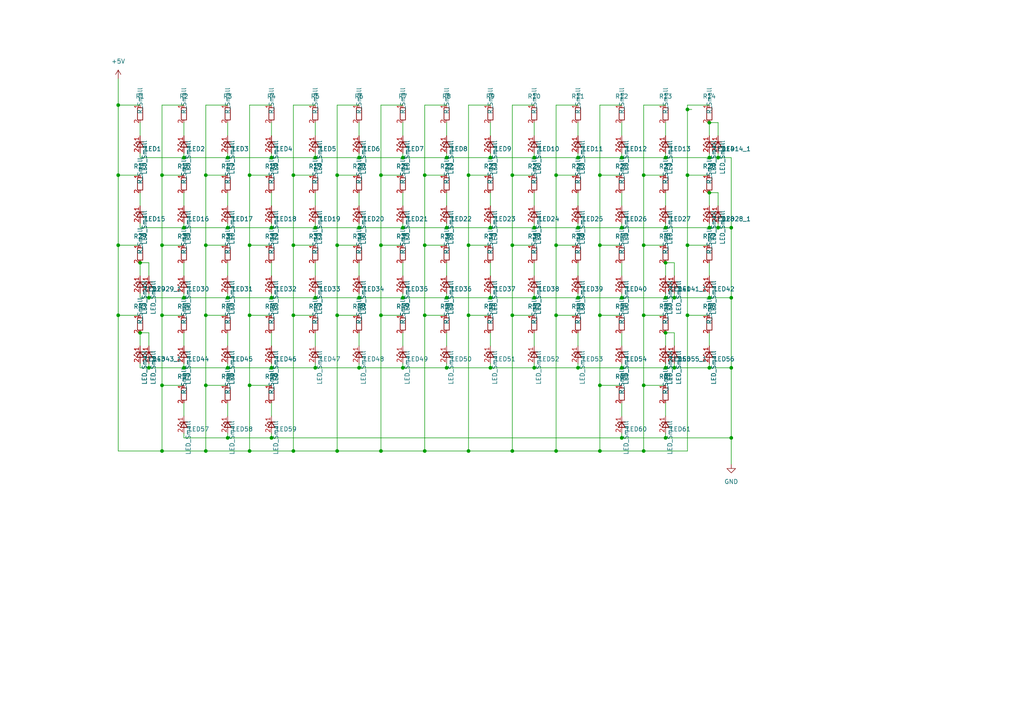
<source format=kicad_sch>
(kicad_sch (version 20250114) (generator "eeschema") (generator_version "9.0")
  (paper "A4")
  (lib_symbols
    (symbol "Device:LED_Small" (pin_names (offset 0.254) (hide yes))
      (property "Reference" "D" (at -1.27 3.175 0))
      (property "Value" "LED_Small" (at -4.445 -2.54 0))
      (symbol "LED_Small_1_1"
        (pin passive line (at -2.54 0 0) (length 1.778) (name "K") (number "1"))
        (pin passive line (at 2.54 0 180) (length 1.778) (name "A") (number "2"))
      )
    )
    (symbol "Device:R_Small" (pin_names (offset 0.254) (hide yes))
      (property "Reference" "R" (at 0 0 90))
      (property "Value" "R_Small" (at 1.778 0 90))
      (symbol "R_Small_1_1"
        (pin passive line (at 0 2.54 270) (length 0.762) (name "~") (number "1"))
        (pin passive line (at 0 -2.54 90) (length 0.762) (name "~") (number "2"))
      )
    )
    (symbol "LED_Small_1" (pin_names (offset 0.254) (hide yes))
      (property "Reference" "D" (at -1.27 3.175 0))
      (property "Value" "LED_Small" (at -4.445 -2.54 0))
      (symbol "LED_Small_1_1_1"
        (pin passive line (at -2.54 0 0) (length 1.778) (name "K") (number "1"))
        (pin passive line (at 2.54 0 180) (length 1.778) (name "A") (number "2"))
      )
    )
    (symbol "LED_Small_10" (pin_names (offset 0.254) (hide yes))
      (property "Reference" "D" (at -1.27 3.175 0))
      (property "Value" "LED_Small" (at -4.445 -2.54 0))
      (symbol "LED_Small_10_1_1"
        (pin passive line (at -2.54 0 0) (length 1.778) (name "K") (number "1"))
        (pin passive line (at 2.54 0 180) (length 1.778) (name "A") (number "2"))
      )
    )
    (symbol "LED_Small_11" (pin_names (offset 0.254) (hide yes))
      (property "Reference" "D" (at -1.27 3.175 0))
      (property "Value" "LED_Small" (at -4.445 -2.54 0))
      (symbol "LED_Small_11_1_1"
        (pin passive line (at -2.54 0 0) (length 1.778) (name "K") (number "1"))
        (pin passive line (at 2.54 0 180) (length 1.778) (name "A") (number "2"))
      )
    )
    (symbol "LED_Small_12" (pin_names (offset 0.254) (hide yes))
      (property "Reference" "D" (at -1.27 3.175 0))
      (property "Value" "LED_Small" (at -4.445 -2.54 0))
      (symbol "LED_Small_12_1_1"
        (pin passive line (at -2.54 0 0) (length 1.778) (name "K") (number "1"))
        (pin passive line (at 2.54 0 180) (length 1.778) (name "A") (number "2"))
      )
    )
    (symbol "LED_Small_13" (pin_names (offset 0.254) (hide yes))
      (property "Reference" "D" (at -1.27 3.175 0))
      (property "Value" "LED_Small" (at -4.445 -2.54 0))
      (symbol "LED_Small_13_1_1"
        (pin passive line (at -2.54 0 0) (length 1.778) (name "K") (number "1"))
        (pin passive line (at 2.54 0 180) (length 1.778) (name "A") (number "2"))
      )
    )
    (symbol "LED_Small_14" (pin_names (offset 0.254) (hide yes))
      (property "Reference" "D" (at -1.27 3.175 0))
      (property "Value" "LED_Small" (at -4.445 -2.54 0))
      (symbol "LED_Small_14_1_1"
        (pin passive line (at -2.54 0 0) (length 1.778) (name "K") (number "1"))
        (pin passive line (at 2.54 0 180) (length 1.778) (name "A") (number "2"))
      )
    )
    (symbol "LED_Small_15" (pin_names (offset 0.254) (hide yes))
      (property "Reference" "D" (at -1.27 3.175 0))
      (property "Value" "LED_Small" (at -4.445 -2.54 0))
      (symbol "LED_Small_15_1_1"
        (pin passive line (at -2.54 0 0) (length 1.778) (name "K") (number "1"))
        (pin passive line (at 2.54 0 180) (length 1.778) (name "A") (number "2"))
      )
    )
    (symbol "LED_Small_16" (pin_names (offset 0.254) (hide yes))
      (property "Reference" "D" (at -1.27 3.175 0))
      (property "Value" "LED_Small" (at -4.445 -2.54 0))
      (symbol "LED_Small_16_1_1"
        (pin passive line (at -2.54 0 0) (length 1.778) (name "K") (number "1"))
        (pin passive line (at 2.54 0 180) (length 1.778) (name "A") (number "2"))
      )
    )
    (symbol "LED_Small_17" (pin_names (offset 0.254) (hide yes))
      (property "Reference" "D" (at -1.27 3.175 0))
      (property "Value" "LED_Small" (at -4.445 -2.54 0))
      (symbol "LED_Small_17_1_1"
        (pin passive line (at -2.54 0 0) (length 1.778) (name "K") (number "1"))
        (pin passive line (at 2.54 0 180) (length 1.778) (name "A") (number "2"))
      )
    )
    (symbol "LED_Small_18" (pin_names (offset 0.254) (hide yes))
      (property "Reference" "D" (at -1.27 3.175 0))
      (property "Value" "LED_Small" (at -4.445 -2.54 0))
      (symbol "LED_Small_18_1_1"
        (pin passive line (at -2.54 0 0) (length 1.778) (name "K") (number "1"))
        (pin passive line (at 2.54 0 180) (length 1.778) (name "A") (number "2"))
      )
    )
    (symbol "LED_Small_19" (pin_names (offset 0.254) (hide yes))
      (property "Reference" "D" (at -1.27 3.175 0))
      (property "Value" "LED_Small" (at -4.445 -2.54 0))
      (symbol "LED_Small_19_1_1"
        (pin passive line (at -2.54 0 0) (length 1.778) (name "K") (number "1"))
        (pin passive line (at 2.54 0 180) (length 1.778) (name "A") (number "2"))
      )
    )
    (symbol "LED_Small_2" (pin_names (offset 0.254) (hide yes))
      (property "Reference" "D" (at -1.27 3.175 0))
      (property "Value" "LED_Small" (at -4.445 -2.54 0))
      (symbol "LED_Small_2_1_1"
        (pin passive line (at -2.54 0 0) (length 1.778) (name "K") (number "1"))
        (pin passive line (at 2.54 0 180) (length 1.778) (name "A") (number "2"))
      )
    )
    (symbol "LED_Small_20" (pin_names (offset 0.254) (hide yes))
      (property "Reference" "D" (at -1.27 3.175 0))
      (property "Value" "LED_Small" (at -4.445 -2.54 0))
      (symbol "LED_Small_20_1_1"
        (pin passive line (at -2.54 0 0) (length 1.778) (name "K") (number "1"))
        (pin passive line (at 2.54 0 180) (length 1.778) (name "A") (number "2"))
      )
    )
    (symbol "LED_Small_21" (pin_names (offset 0.254) (hide yes))
      (property "Reference" "D" (at -1.27 3.175 0))
      (property "Value" "LED_Small" (at -4.445 -2.54 0))
      (symbol "LED_Small_21_1_1"
        (pin passive line (at -2.54 0 0) (length 1.778) (name "K") (number "1"))
        (pin passive line (at 2.54 0 180) (length 1.778) (name "A") (number "2"))
      )
    )
    (symbol "LED_Small_22" (pin_names (offset 0.254) (hide yes))
      (property "Reference" "D" (at -1.27 3.175 0))
      (property "Value" "LED_Small" (at -4.445 -2.54 0))
      (symbol "LED_Small_22_1_1"
        (pin passive line (at -2.54 0 0) (length 1.778) (name "K") (number "1"))
        (pin passive line (at 2.54 0 180) (length 1.778) (name "A") (number "2"))
      )
    )
    (symbol "LED_Small_23" (pin_names (offset 0.254) (hide yes))
      (property "Reference" "D" (at -1.27 3.175 0))
      (property "Value" "LED_Small" (at -4.445 -2.54 0))
      (symbol "LED_Small_23_1_1"
        (pin passive line (at -2.54 0 0) (length 1.778) (name "K") (number "1"))
        (pin passive line (at 2.54 0 180) (length 1.778) (name "A") (number "2"))
      )
    )
    (symbol "LED_Small_24" (pin_names (offset 0.254) (hide yes))
      (property "Reference" "D" (at -1.27 3.175 0))
      (property "Value" "LED_Small" (at -4.445 -2.54 0))
      (symbol "LED_Small_24_1_1"
        (pin passive line (at -2.54 0 0) (length 1.778) (name "K") (number "1"))
        (pin passive line (at 2.54 0 180) (length 1.778) (name "A") (number "2"))
      )
    )
    (symbol "LED_Small_25" (pin_names (offset 0.254) (hide yes))
      (property "Reference" "D" (at -1.27 3.175 0))
      (property "Value" "LED_Small" (at -4.445 -2.54 0))
      (symbol "LED_Small_25_1_1"
        (pin passive line (at -2.54 0 0) (length 1.778) (name "K") (number "1"))
        (pin passive line (at 2.54 0 180) (length 1.778) (name "A") (number "2"))
      )
    )
    (symbol "LED_Small_26" (pin_names (offset 0.254) (hide yes))
      (property "Reference" "D" (at -1.27 3.175 0))
      (property "Value" "LED_Small" (at -4.445 -2.54 0))
      (symbol "LED_Small_26_1_1"
        (pin passive line (at -2.54 0 0) (length 1.778) (name "K") (number "1"))
        (pin passive line (at 2.54 0 180) (length 1.778) (name "A") (number "2"))
      )
    )
    (symbol "LED_Small_27" (pin_names (offset 0.254) (hide yes))
      (property "Reference" "D" (at -1.27 3.175 0))
      (property "Value" "LED_Small" (at -4.445 -2.54 0))
      (symbol "LED_Small_27_1_1"
        (pin passive line (at -2.54 0 0) (length 1.778) (name "K") (number "1"))
        (pin passive line (at 2.54 0 180) (length 1.778) (name "A") (number "2"))
      )
    )
    (symbol "LED_Small_28" (pin_names (offset 0.254) (hide yes))
      (property "Reference" "D" (at -1.27 3.175 0))
      (property "Value" "LED_Small" (at -4.445 -2.54 0))
      (symbol "LED_Small_28_1_1"
        (pin passive line (at -2.54 0 0) (length 1.778) (name "K") (number "1"))
        (pin passive line (at 2.54 0 180) (length 1.778) (name "A") (number "2"))
      )
    )
    (symbol "LED_Small_29" (pin_names (offset 0.254) (hide yes))
      (property "Reference" "D" (at -1.27 3.175 0))
      (property "Value" "LED_Small" (at -4.445 -2.54 0))
      (symbol "LED_Small_29_1_1"
        (pin passive line (at -2.54 0 0) (length 1.778) (name "K") (number "1"))
        (pin passive line (at 2.54 0 180) (length 1.778) (name "A") (number "2"))
      )
    )
    (symbol "LED_Small_3" (pin_names (offset 0.254) (hide yes))
      (property "Reference" "D" (at -1.27 3.175 0))
      (property "Value" "LED_Small" (at -4.445 -2.54 0))
      (symbol "LED_Small_3_1_1"
        (pin passive line (at -2.54 0 0) (length 1.778) (name "K") (number "1"))
        (pin passive line (at 2.54 0 180) (length 1.778) (name "A") (number "2"))
      )
    )
    (symbol "LED_Small_30" (pin_names (offset 0.254) (hide yes))
      (property "Reference" "D" (at -1.27 3.175 0))
      (property "Value" "LED_Small" (at -4.445 -2.54 0))
      (symbol "LED_Small_30_1_1"
        (pin passive line (at -2.54 0 0) (length 1.778) (name "K") (number "1"))
        (pin passive line (at 2.54 0 180) (length 1.778) (name "A") (number "2"))
      )
    )
    (symbol "LED_Small_31" (pin_names (offset 0.254) (hide yes))
      (property "Reference" "D" (at -1.27 3.175 0))
      (property "Value" "LED_Small" (at -4.445 -2.54 0))
      (symbol "LED_Small_31_1_1"
        (pin passive line (at -2.54 0 0) (length 1.778) (name "K") (number "1"))
        (pin passive line (at 2.54 0 180) (length 1.778) (name "A") (number "2"))
      )
    )
    (symbol "LED_Small_32" (pin_names (offset 0.254) (hide yes))
      (property "Reference" "D" (at -1.27 3.175 0))
      (property "Value" "LED_Small" (at -4.445 -2.54 0))
      (symbol "LED_Small_32_1_1"
        (pin passive line (at -2.54 0 0) (length 1.778) (name "K") (number "1"))
        (pin passive line (at 2.54 0 180) (length 1.778) (name "A") (number "2"))
      )
    )
    (symbol "LED_Small_33" (pin_names (offset 0.254) (hide yes))
      (property "Reference" "D" (at -1.27 3.175 0))
      (property "Value" "LED_Small" (at -4.445 -2.54 0))
      (symbol "LED_Small_33_1_1"
        (pin passive line (at -2.54 0 0) (length 1.778) (name "K") (number "1"))
        (pin passive line (at 2.54 0 180) (length 1.778) (name "A") (number "2"))
      )
    )
    (symbol "LED_Small_34" (pin_names (offset 0.254) (hide yes))
      (property "Reference" "D" (at -1.27 3.175 0))
      (property "Value" "LED_Small" (at -4.445 -2.54 0))
      (symbol "LED_Small_34_1_1"
        (pin passive line (at -2.54 0 0) (length 1.778) (name "K") (number "1"))
        (pin passive line (at 2.54 0 180) (length 1.778) (name "A") (number "2"))
      )
    )
    (symbol "LED_Small_35" (pin_names (offset 0.254) (hide yes))
      (property "Reference" "D" (at -1.27 3.175 0))
      (property "Value" "LED_Small" (at -4.445 -2.54 0))
      (symbol "LED_Small_35_1_1"
        (pin passive line (at -2.54 0 0) (length 1.778) (name "K") (number "1"))
        (pin passive line (at 2.54 0 180) (length 1.778) (name "A") (number "2"))
      )
    )
    (symbol "LED_Small_36" (pin_names (offset 0.254) (hide yes))
      (property "Reference" "D" (at -1.27 3.175 0))
      (property "Value" "LED_Small" (at -4.445 -2.54 0))
      (symbol "LED_Small_36_1_1"
        (pin passive line (at -2.54 0 0) (length 1.778) (name "K") (number "1"))
        (pin passive line (at 2.54 0 180) (length 1.778) (name "A") (number "2"))
      )
    )
    (symbol "LED_Small_37" (pin_names (offset 0.254) (hide yes))
      (property "Reference" "D" (at -1.27 3.175 0))
      (property "Value" "LED_Small" (at -4.445 -2.54 0))
      (symbol "LED_Small_37_1_1"
        (pin passive line (at -2.54 0 0) (length 1.778) (name "K") (number "1"))
        (pin passive line (at 2.54 0 180) (length 1.778) (name "A") (number "2"))
      )
    )
    (symbol "LED_Small_38" (pin_names (offset 0.254) (hide yes))
      (property "Reference" "D" (at -1.27 3.175 0))
      (property "Value" "LED_Small" (at -4.445 -2.54 0))
      (symbol "LED_Small_38_1_1"
        (pin passive line (at -2.54 0 0) (length 1.778) (name "K") (number "1"))
        (pin passive line (at 2.54 0 180) (length 1.778) (name "A") (number "2"))
      )
    )
    (symbol "LED_Small_39" (pin_names (offset 0.254) (hide yes))
      (property "Reference" "D" (at -1.27 3.175 0))
      (property "Value" "LED_Small" (at -4.445 -2.54 0))
      (symbol "LED_Small_39_1_1"
        (pin passive line (at -2.54 0 0) (length 1.778) (name "K") (number "1"))
        (pin passive line (at 2.54 0 180) (length 1.778) (name "A") (number "2"))
      )
    )
    (symbol "LED_Small_4" (pin_names (offset 0.254) (hide yes))
      (property "Reference" "D" (at -1.27 3.175 0))
      (property "Value" "LED_Small" (at -4.445 -2.54 0))
      (symbol "LED_Small_4_1_1"
        (pin passive line (at -2.54 0 0) (length 1.778) (name "K") (number "1"))
        (pin passive line (at 2.54 0 180) (length 1.778) (name "A") (number "2"))
      )
    )
    (symbol "LED_Small_40" (pin_names (offset 0.254) (hide yes))
      (property "Reference" "D" (at -1.27 3.175 0))
      (property "Value" "LED_Small" (at -4.445 -2.54 0))
      (symbol "LED_Small_40_1_1"
        (pin passive line (at -2.54 0 0) (length 1.778) (name "K") (number "1"))
        (pin passive line (at 2.54 0 180) (length 1.778) (name "A") (number "2"))
      )
    )
    (symbol "LED_Small_41" (pin_names (offset 0.254) (hide yes))
      (property "Reference" "D" (at -1.27 3.175 0))
      (property "Value" "LED_Small" (at -4.445 -2.54 0))
      (symbol "LED_Small_41_1_1"
        (pin passive line (at -2.54 0 0) (length 1.778) (name "K") (number "1"))
        (pin passive line (at 2.54 0 180) (length 1.778) (name "A") (number "2"))
      )
    )
    (symbol "LED_Small_42" (pin_names (offset 0.254) (hide yes))
      (property "Reference" "D" (at -1.27 3.175 0))
      (property "Value" "LED_Small" (at -4.445 -2.54 0))
      (symbol "LED_Small_42_1_1"
        (pin passive line (at -2.54 0 0) (length 1.778) (name "K") (number "1"))
        (pin passive line (at 2.54 0 180) (length 1.778) (name "A") (number "2"))
      )
    )
    (symbol "LED_Small_43" (pin_names (offset 0.254) (hide yes))
      (property "Reference" "D" (at -1.27 3.175 0))
      (property "Value" "LED_Small" (at -4.445 -2.54 0))
      (symbol "LED_Small_43_1_1"
        (pin passive line (at -2.54 0 0) (length 1.778) (name "K") (number "1"))
        (pin passive line (at 2.54 0 180) (length 1.778) (name "A") (number "2"))
      )
    )
    (symbol "LED_Small_44" (pin_names (offset 0.254) (hide yes))
      (property "Reference" "D" (at -1.27 3.175 0))
      (property "Value" "LED_Small" (at -4.445 -2.54 0))
      (symbol "LED_Small_44_1_1"
        (pin passive line (at -2.54 0 0) (length 1.778) (name "K") (number "1"))
        (pin passive line (at 2.54 0 180) (length 1.778) (name "A") (number "2"))
      )
    )
    (symbol "LED_Small_45" (pin_names (offset 0.254) (hide yes))
      (property "Reference" "D" (at -1.27 3.175 0))
      (property "Value" "LED_Small" (at -4.445 -2.54 0))
      (symbol "LED_Small_45_1_1"
        (pin passive line (at -2.54 0 0) (length 1.778) (name "K") (number "1"))
        (pin passive line (at 2.54 0 180) (length 1.778) (name "A") (number "2"))
      )
    )
    (symbol "LED_Small_46" (pin_names (offset 0.254) (hide yes))
      (property "Reference" "D" (at -1.27 3.175 0))
      (property "Value" "LED_Small" (at -4.445 -2.54 0))
      (symbol "LED_Small_46_1_1"
        (pin passive line (at -2.54 0 0) (length 1.778) (name "K") (number "1"))
        (pin passive line (at 2.54 0 180) (length 1.778) (name "A") (number "2"))
      )
    )
    (symbol "LED_Small_47" (pin_names (offset 0.254) (hide yes))
      (property "Reference" "D" (at -1.27 3.175 0))
      (property "Value" "LED_Small" (at -4.445 -2.54 0))
      (symbol "LED_Small_47_1_1"
        (pin passive line (at -2.54 0 0) (length 1.778) (name "K") (number "1"))
        (pin passive line (at 2.54 0 180) (length 1.778) (name "A") (number "2"))
      )
    )
    (symbol "LED_Small_48" (pin_names (offset 0.254) (hide yes))
      (property "Reference" "D" (at -1.27 3.175 0))
      (property "Value" "LED_Small" (at -4.445 -2.54 0))
      (symbol "LED_Small_48_1_1"
        (pin passive line (at -2.54 0 0) (length 1.778) (name "K") (number "1"))
        (pin passive line (at 2.54 0 180) (length 1.778) (name "A") (number "2"))
      )
    )
    (symbol "LED_Small_49" (pin_names (offset 0.254) (hide yes))
      (property "Reference" "D" (at -1.27 3.175 0))
      (property "Value" "LED_Small" (at -4.445 -2.54 0))
      (symbol "LED_Small_49_1_1"
        (pin passive line (at -2.54 0 0) (length 1.778) (name "K") (number "1"))
        (pin passive line (at 2.54 0 180) (length 1.778) (name "A") (number "2"))
      )
    )
    (symbol "LED_Small_5" (pin_names (offset 0.254) (hide yes))
      (property "Reference" "D" (at -1.27 3.175 0))
      (property "Value" "LED_Small" (at -4.445 -2.54 0))
      (symbol "LED_Small_5_1_1"
        (pin passive line (at -2.54 0 0) (length 1.778) (name "K") (number "1"))
        (pin passive line (at 2.54 0 180) (length 1.778) (name "A") (number "2"))
      )
    )
    (symbol "LED_Small_50" (pin_names (offset 0.254) (hide yes))
      (property "Reference" "D" (at -1.27 3.175 0))
      (property "Value" "LED_Small" (at -4.445 -2.54 0))
      (symbol "LED_Small_50_1_1"
        (pin passive line (at -2.54 0 0) (length 1.778) (name "K") (number "1"))
        (pin passive line (at 2.54 0 180) (length 1.778) (name "A") (number "2"))
      )
    )
    (symbol "LED_Small_51" (pin_names (offset 0.254) (hide yes))
      (property "Reference" "D" (at -1.27 3.175 0))
      (property "Value" "LED_Small" (at -4.445 -2.54 0))
      (symbol "LED_Small_51_1_1"
        (pin passive line (at -2.54 0 0) (length 1.778) (name "K") (number "1"))
        (pin passive line (at 2.54 0 180) (length 1.778) (name "A") (number "2"))
      )
    )
    (symbol "LED_Small_52" (pin_names (offset 0.254) (hide yes))
      (property "Reference" "D" (at -1.27 3.175 0))
      (property "Value" "LED_Small" (at -4.445 -2.54 0))
      (symbol "LED_Small_52_1_1"
        (pin passive line (at -2.54 0 0) (length 1.778) (name "K") (number "1"))
        (pin passive line (at 2.54 0 180) (length 1.778) (name "A") (number "2"))
      )
    )
    (symbol "LED_Small_53" (pin_names (offset 0.254) (hide yes))
      (property "Reference" "D" (at -1.27 3.175 0))
      (property "Value" "LED_Small" (at -4.445 -2.54 0))
      (symbol "LED_Small_53_1_1"
        (pin passive line (at -2.54 0 0) (length 1.778) (name "K") (number "1"))
        (pin passive line (at 2.54 0 180) (length 1.778) (name "A") (number "2"))
      )
    )
    (symbol "LED_Small_54" (pin_names (offset 0.254) (hide yes))
      (property "Reference" "D" (at -1.27 3.175 0))
      (property "Value" "LED_Small" (at -4.445 -2.54 0))
      (symbol "LED_Small_54_1_1"
        (pin passive line (at -2.54 0 0) (length 1.778) (name "K") (number "1"))
        (pin passive line (at 2.54 0 180) (length 1.778) (name "A") (number "2"))
      )
    )
    (symbol "LED_Small_55" (pin_names (offset 0.254) (hide yes))
      (property "Reference" "D" (at -1.27 3.175 0))
      (property "Value" "LED_Small" (at -4.445 -2.54 0))
      (symbol "LED_Small_55_1_1"
        (pin passive line (at -2.54 0 0) (length 1.778) (name "K") (number "1"))
        (pin passive line (at 2.54 0 180) (length 1.778) (name "A") (number "2"))
      )
    )
    (symbol "LED_Small_56" (pin_names (offset 0.254) (hide yes))
      (property "Reference" "D" (at -1.27 3.175 0))
      (property "Value" "LED_Small" (at -4.445 -2.54 0))
      (symbol "LED_Small_56_1_1"
        (pin passive line (at -2.54 0 0) (length 1.778) (name "K") (number "1"))
        (pin passive line (at 2.54 0 180) (length 1.778) (name "A") (number "2"))
      )
    )
    (symbol "LED_Small_57" (pin_names (offset 0.254) (hide yes))
      (property "Reference" "D" (at -1.27 3.175 0))
      (property "Value" "LED_Small" (at -4.445 -2.54 0))
      (symbol "LED_Small_57_1_1"
        (pin passive line (at -2.54 0 0) (length 1.778) (name "K") (number "1"))
        (pin passive line (at 2.54 0 180) (length 1.778) (name "A") (number "2"))
      )
    )
    (symbol "LED_Small_58" (pin_names (offset 0.254) (hide yes))
      (property "Reference" "D" (at -1.27 3.175 0))
      (property "Value" "LED_Small" (at -4.445 -2.54 0))
      (symbol "LED_Small_58_1_1"
        (pin passive line (at -2.54 0 0) (length 1.778) (name "K") (number "1"))
        (pin passive line (at 2.54 0 180) (length 1.778) (name "A") (number "2"))
      )
    )
    (symbol "LED_Small_59" (pin_names (offset 0.254) (hide yes))
      (property "Reference" "D" (at -1.27 3.175 0))
      (property "Value" "LED_Small" (at -4.445 -2.54 0))
      (symbol "LED_Small_59_1_1"
        (pin passive line (at -2.54 0 0) (length 1.778) (name "K") (number "1"))
        (pin passive line (at 2.54 0 180) (length 1.778) (name "A") (number "2"))
      )
    )
    (symbol "LED_Small_6" (pin_names (offset 0.254) (hide yes))
      (property "Reference" "D" (at -1.27 3.175 0))
      (property "Value" "LED_Small" (at -4.445 -2.54 0))
      (symbol "LED_Small_6_1_1"
        (pin passive line (at -2.54 0 0) (length 1.778) (name "K") (number "1"))
        (pin passive line (at 2.54 0 180) (length 1.778) (name "A") (number "2"))
      )
    )
    (symbol "LED_Small_60" (pin_names (offset 0.254) (hide yes))
      (property "Reference" "D" (at -1.27 3.175 0))
      (property "Value" "LED_Small" (at -4.445 -2.54 0))
      (symbol "LED_Small_60_1_1"
        (pin passive line (at -2.54 0 0) (length 1.778) (name "K") (number "1"))
        (pin passive line (at 2.54 0 180) (length 1.778) (name "A") (number "2"))
      )
    )
    (symbol "LED_Small_7" (pin_names (offset 0.254) (hide yes))
      (property "Reference" "D" (at -1.27 3.175 0))
      (property "Value" "LED_Small" (at -4.445 -2.54 0))
      (symbol "LED_Small_7_1_1"
        (pin passive line (at -2.54 0 0) (length 1.778) (name "K") (number "1"))
        (pin passive line (at 2.54 0 180) (length 1.778) (name "A") (number "2"))
      )
    )
    (symbol "LED_Small_8" (pin_names (offset 0.254) (hide yes))
      (property "Reference" "D" (at -1.27 3.175 0))
      (property "Value" "LED_Small" (at -4.445 -2.54 0))
      (symbol "LED_Small_8_1_1"
        (pin passive line (at -2.54 0 0) (length 1.778) (name "K") (number "1"))
        (pin passive line (at 2.54 0 180) (length 1.778) (name "A") (number "2"))
      )
    )
    (symbol "LED_Small_9" (pin_names (offset 0.254) (hide yes))
      (property "Reference" "D" (at -1.27 3.175 0))
      (property "Value" "LED_Small" (at -4.445 -2.54 0))
      (symbol "LED_Small_9_1_1"
        (pin passive line (at -2.54 0 0) (length 1.778) (name "K") (number "1"))
        (pin passive line (at 2.54 0 180) (length 1.778) (name "A") (number "2"))
      )
    )
    (symbol "R_Small_1" (pin_names (offset 0.254) (hide yes))
      (property "Reference" "R" (at 0 0 90))
      (property "Value" "R_Small" (at 1.778 0 90))
      (symbol "R_Small_1_1_1"
        (pin passive line (at 0 2.54 270) (length 0.762) (name "~") (number "1"))
        (pin passive line (at 0 -2.54 90) (length 0.762) (name "~") (number "2"))
      )
    )
    (symbol "R_Small_10" (pin_names (offset 0.254) (hide yes))
      (property "Reference" "R" (at 0 0 90))
      (property "Value" "R_Small" (at 1.778 0 90))
      (symbol "R_Small_10_1_1"
        (pin passive line (at 0 2.54 270) (length 0.762) (name "~") (number "1"))
        (pin passive line (at 0 -2.54 90) (length 0.762) (name "~") (number "2"))
      )
    )
    (symbol "R_Small_11" (pin_names (offset 0.254) (hide yes))
      (property "Reference" "R" (at 0 0 90))
      (property "Value" "R_Small" (at 1.778 0 90))
      (symbol "R_Small_11_1_1"
        (pin passive line (at 0 2.54 270) (length 0.762) (name "~") (number "1"))
        (pin passive line (at 0 -2.54 90) (length 0.762) (name "~") (number "2"))
      )
    )
    (symbol "R_Small_12" (pin_names (offset 0.254) (hide yes))
      (property "Reference" "R" (at 0 0 90))
      (property "Value" "R_Small" (at 1.778 0 90))
      (symbol "R_Small_12_1_1"
        (pin passive line (at 0 2.54 270) (length 0.762) (name "~") (number "1"))
        (pin passive line (at 0 -2.54 90) (length 0.762) (name "~") (number "2"))
      )
    )
    (symbol "R_Small_13" (pin_names (offset 0.254) (hide yes))
      (property "Reference" "R" (at 0 0 90))
      (property "Value" "R_Small" (at 1.778 0 90))
      (symbol "R_Small_13_1_1"
        (pin passive line (at 0 2.54 270) (length 0.762) (name "~") (number "1"))
        (pin passive line (at 0 -2.54 90) (length 0.762) (name "~") (number "2"))
      )
    )
    (symbol "R_Small_14" (pin_names (offset 0.254) (hide yes))
      (property "Reference" "R" (at 0 0 90))
      (property "Value" "R_Small" (at 1.778 0 90))
      (symbol "R_Small_14_1_1"
        (pin passive line (at 0 2.54 270) (length 0.762) (name "~") (number "1"))
        (pin passive line (at 0 -2.54 90) (length 0.762) (name "~") (number "2"))
      )
    )
    (symbol "R_Small_16" (pin_names (offset 0.254) (hide yes))
      (property "Reference" "R" (at 0 0 90))
      (property "Value" "R_Small" (at 1.778 0 90))
      (symbol "R_Small_16_1_1"
        (pin passive line (at 0 2.54 270) (length 0.762) (name "~") (number "1"))
        (pin passive line (at 0 -2.54 90) (length 0.762) (name "~") (number "2"))
      )
    )
    (symbol "R_Small_17" (pin_names (offset 0.254) (hide yes))
      (property "Reference" "R" (at 0 0 90))
      (property "Value" "R_Small" (at 1.778 0 90))
      (symbol "R_Small_17_1_1"
        (pin passive line (at 0 2.54 270) (length 0.762) (name "~") (number "1"))
        (pin passive line (at 0 -2.54 90) (length 0.762) (name "~") (number "2"))
      )
    )
    (symbol "R_Small_18" (pin_names (offset 0.254) (hide yes))
      (property "Reference" "R" (at 0 0 90))
      (property "Value" "R_Small" (at 1.778 0 90))
      (symbol "R_Small_18_1_1"
        (pin passive line (at 0 2.54 270) (length 0.762) (name "~") (number "1"))
        (pin passive line (at 0 -2.54 90) (length 0.762) (name "~") (number "2"))
      )
    )
    (symbol "R_Small_19" (pin_names (offset 0.254) (hide yes))
      (property "Reference" "R" (at 0 0 90))
      (property "Value" "R_Small" (at 1.778 0 90))
      (symbol "R_Small_19_1_1"
        (pin passive line (at 0 2.54 270) (length 0.762) (name "~") (number "1"))
        (pin passive line (at 0 -2.54 90) (length 0.762) (name "~") (number "2"))
      )
    )
    (symbol "R_Small_2" (pin_names (offset 0.254) (hide yes))
      (property "Reference" "R" (at 0 0 90))
      (property "Value" "R_Small" (at 1.778 0 90))
      (symbol "R_Small_2_1_1"
        (pin passive line (at 0 2.54 270) (length 0.762) (name "~") (number "1"))
        (pin passive line (at 0 -2.54 90) (length 0.762) (name "~") (number "2"))
      )
    )
    (symbol "R_Small_20" (pin_names (offset 0.254) (hide yes))
      (property "Reference" "R" (at 0 0 90))
      (property "Value" "R_Small" (at 1.778 0 90))
      (symbol "R_Small_20_1_1"
        (pin passive line (at 0 2.54 270) (length 0.762) (name "~") (number "1"))
        (pin passive line (at 0 -2.54 90) (length 0.762) (name "~") (number "2"))
      )
    )
    (symbol "R_Small_21" (pin_names (offset 0.254) (hide yes))
      (property "Reference" "R" (at 0 0 90))
      (property "Value" "R_Small" (at 1.778 0 90))
      (symbol "R_Small_21_1_1"
        (pin passive line (at 0 2.54 270) (length 0.762) (name "~") (number "1"))
        (pin passive line (at 0 -2.54 90) (length 0.762) (name "~") (number "2"))
      )
    )
    (symbol "R_Small_22" (pin_names (offset 0.254) (hide yes))
      (property "Reference" "R" (at 0 0 90))
      (property "Value" "R_Small" (at 1.778 0 90))
      (symbol "R_Small_22_1_1"
        (pin passive line (at 0 2.54 270) (length 0.762) (name "~") (number "1"))
        (pin passive line (at 0 -2.54 90) (length 0.762) (name "~") (number "2"))
      )
    )
    (symbol "R_Small_23" (pin_names (offset 0.254) (hide yes))
      (property "Reference" "R" (at 0 0 90))
      (property "Value" "R_Small" (at 1.778 0 90))
      (symbol "R_Small_23_1_1"
        (pin passive line (at 0 2.54 270) (length 0.762) (name "~") (number "1"))
        (pin passive line (at 0 -2.54 90) (length 0.762) (name "~") (number "2"))
      )
    )
    (symbol "R_Small_24" (pin_names (offset 0.254) (hide yes))
      (property "Reference" "R" (at 0 0 90))
      (property "Value" "R_Small" (at 1.778 0 90))
      (symbol "R_Small_24_1_1"
        (pin passive line (at 0 2.54 270) (length 0.762) (name "~") (number "1"))
        (pin passive line (at 0 -2.54 90) (length 0.762) (name "~") (number "2"))
      )
    )
    (symbol "R_Small_25" (pin_names (offset 0.254) (hide yes))
      (property "Reference" "R" (at 0 0 90))
      (property "Value" "R_Small" (at 1.778 0 90))
      (symbol "R_Small_25_1_1"
        (pin passive line (at 0 2.54 270) (length 0.762) (name "~") (number "1"))
        (pin passive line (at 0 -2.54 90) (length 0.762) (name "~") (number "2"))
      )
    )
    (symbol "R_Small_26" (pin_names (offset 0.254) (hide yes))
      (property "Reference" "R" (at 0 0 90))
      (property "Value" "R_Small" (at 1.778 0 90))
      (symbol "R_Small_26_1_1"
        (pin passive line (at 0 2.54 270) (length 0.762) (name "~") (number "1"))
        (pin passive line (at 0 -2.54 90) (length 0.762) (name "~") (number "2"))
      )
    )
    (symbol "R_Small_27" (pin_names (offset 0.254) (hide yes))
      (property "Reference" "R" (at 0 0 90))
      (property "Value" "R_Small" (at 1.778 0 90))
      (symbol "R_Small_27_1_1"
        (pin passive line (at 0 2.54 270) (length 0.762) (name "~") (number "1"))
        (pin passive line (at 0 -2.54 90) (length 0.762) (name "~") (number "2"))
      )
    )
    (symbol "R_Small_29" (pin_names (offset 0.254) (hide yes))
      (property "Reference" "R" (at 0 0 90))
      (property "Value" "R_Small" (at 1.778 0 90))
      (symbol "R_Small_29_1_1"
        (pin passive line (at 0 2.54 270) (length 0.762) (name "~") (number "1"))
        (pin passive line (at 0 -2.54 90) (length 0.762) (name "~") (number "2"))
      )
    )
    (symbol "R_Small_3" (pin_names (offset 0.254) (hide yes))
      (property "Reference" "R" (at 0 0 90))
      (property "Value" "R_Small" (at 1.778 0 90))
      (symbol "R_Small_3_1_1"
        (pin passive line (at 0 2.54 270) (length 0.762) (name "~") (number "1"))
        (pin passive line (at 0 -2.54 90) (length 0.762) (name "~") (number "2"))
      )
    )
    (symbol "R_Small_30" (pin_names (offset 0.254) (hide yes))
      (property "Reference" "R" (at 0 0 90))
      (property "Value" "R_Small" (at 1.778 0 90))
      (symbol "R_Small_30_1_1"
        (pin passive line (at 0 2.54 270) (length 0.762) (name "~") (number "1"))
        (pin passive line (at 0 -2.54 90) (length 0.762) (name "~") (number "2"))
      )
    )
    (symbol "R_Small_31" (pin_names (offset 0.254) (hide yes))
      (property "Reference" "R" (at 0 0 90))
      (property "Value" "R_Small" (at 1.778 0 90))
      (symbol "R_Small_31_1_1"
        (pin passive line (at 0 2.54 270) (length 0.762) (name "~") (number "1"))
        (pin passive line (at 0 -2.54 90) (length 0.762) (name "~") (number "2"))
      )
    )
    (symbol "R_Small_32" (pin_names (offset 0.254) (hide yes))
      (property "Reference" "R" (at 0 0 90))
      (property "Value" "R_Small" (at 1.778 0 90))
      (symbol "R_Small_32_1_1"
        (pin passive line (at 0 2.54 270) (length 0.762) (name "~") (number "1"))
        (pin passive line (at 0 -2.54 90) (length 0.762) (name "~") (number "2"))
      )
    )
    (symbol "R_Small_33" (pin_names (offset 0.254) (hide yes))
      (property "Reference" "R" (at 0 0 90))
      (property "Value" "R_Small" (at 1.778 0 90))
      (symbol "R_Small_33_1_1"
        (pin passive line (at 0 2.54 270) (length 0.762) (name "~") (number "1"))
        (pin passive line (at 0 -2.54 90) (length 0.762) (name "~") (number "2"))
      )
    )
    (symbol "R_Small_34" (pin_names (offset 0.254) (hide yes))
      (property "Reference" "R" (at 0 0 90))
      (property "Value" "R_Small" (at 1.778 0 90))
      (symbol "R_Small_34_1_1"
        (pin passive line (at 0 2.54 270) (length 0.762) (name "~") (number "1"))
        (pin passive line (at 0 -2.54 90) (length 0.762) (name "~") (number "2"))
      )
    )
    (symbol "R_Small_35" (pin_names (offset 0.254) (hide yes))
      (property "Reference" "R" (at 0 0 90))
      (property "Value" "R_Small" (at 1.778 0 90))
      (symbol "R_Small_35_1_1"
        (pin passive line (at 0 2.54 270) (length 0.762) (name "~") (number "1"))
        (pin passive line (at 0 -2.54 90) (length 0.762) (name "~") (number "2"))
      )
    )
    (symbol "R_Small_36" (pin_names (offset 0.254) (hide yes))
      (property "Reference" "R" (at 0 0 90))
      (property "Value" "R_Small" (at 1.778 0 90))
      (symbol "R_Small_36_1_1"
        (pin passive line (at 0 2.54 270) (length 0.762) (name "~") (number "1"))
        (pin passive line (at 0 -2.54 90) (length 0.762) (name "~") (number "2"))
      )
    )
    (symbol "R_Small_37" (pin_names (offset 0.254) (hide yes))
      (property "Reference" "R" (at 0 0 90))
      (property "Value" "R_Small" (at 1.778 0 90))
      (symbol "R_Small_37_1_1"
        (pin passive line (at 0 2.54 270) (length 0.762) (name "~") (number "1"))
        (pin passive line (at 0 -2.54 90) (length 0.762) (name "~") (number "2"))
      )
    )
    (symbol "R_Small_38" (pin_names (offset 0.254) (hide yes))
      (property "Reference" "R" (at 0 0 90))
      (property "Value" "R_Small" (at 1.778 0 90))
      (symbol "R_Small_38_1_1"
        (pin passive line (at 0 2.54 270) (length 0.762) (name "~") (number "1"))
        (pin passive line (at 0 -2.54 90) (length 0.762) (name "~") (number "2"))
      )
    )
    (symbol "R_Small_39" (pin_names (offset 0.254) (hide yes))
      (property "Reference" "R" (at 0 0 90))
      (property "Value" "R_Small" (at 1.778 0 90))
      (symbol "R_Small_39_1_1"
        (pin passive line (at 0 2.54 270) (length 0.762) (name "~") (number "1"))
        (pin passive line (at 0 -2.54 90) (length 0.762) (name "~") (number "2"))
      )
    )
    (symbol "R_Small_4" (pin_names (offset 0.254) (hide yes))
      (property "Reference" "R" (at 0 0 90))
      (property "Value" "R_Small" (at 1.778 0 90))
      (symbol "R_Small_4_1_1"
        (pin passive line (at 0 2.54 270) (length 0.762) (name "~") (number "1"))
        (pin passive line (at 0 -2.54 90) (length 0.762) (name "~") (number "2"))
      )
    )
    (symbol "R_Small_40" (pin_names (offset 0.254) (hide yes))
      (property "Reference" "R" (at 0 0 90))
      (property "Value" "R_Small" (at 1.778 0 90))
      (symbol "R_Small_40_1_1"
        (pin passive line (at 0 2.54 270) (length 0.762) (name "~") (number "1"))
        (pin passive line (at 0 -2.54 90) (length 0.762) (name "~") (number "2"))
      )
    )
    (symbol "R_Small_41" (pin_names (offset 0.254) (hide yes))
      (property "Reference" "R" (at 0 0 90))
      (property "Value" "R_Small" (at 1.778 0 90))
      (symbol "R_Small_41_1_1"
        (pin passive line (at 0 2.54 270) (length 0.762) (name "~") (number "1"))
        (pin passive line (at 0 -2.54 90) (length 0.762) (name "~") (number "2"))
      )
    )
    (symbol "R_Small_42" (pin_names (offset 0.254) (hide yes))
      (property "Reference" "R" (at 0 0 90))
      (property "Value" "R_Small" (at 1.778 0 90))
      (symbol "R_Small_42_1_1"
        (pin passive line (at 0 2.54 270) (length 0.762) (name "~") (number "1"))
        (pin passive line (at 0 -2.54 90) (length 0.762) (name "~") (number "2"))
      )
    )
    (symbol "R_Small_44" (pin_names (offset 0.254) (hide yes))
      (property "Reference" "R" (at 0 0 90))
      (property "Value" "R_Small" (at 1.778 0 90))
      (symbol "R_Small_44_1_1"
        (pin passive line (at 0 2.54 270) (length 0.762) (name "~") (number "1"))
        (pin passive line (at 0 -2.54 90) (length 0.762) (name "~") (number "2"))
      )
    )
    (symbol "R_Small_45" (pin_names (offset 0.254) (hide yes))
      (property "Reference" "R" (at 0 0 90))
      (property "Value" "R_Small" (at 1.778 0 90))
      (symbol "R_Small_45_1_1"
        (pin passive line (at 0 2.54 270) (length 0.762) (name "~") (number "1"))
        (pin passive line (at 0 -2.54 90) (length 0.762) (name "~") (number "2"))
      )
    )
    (symbol "R_Small_46" (pin_names (offset 0.254) (hide yes))
      (property "Reference" "R" (at 0 0 90))
      (property "Value" "R_Small" (at 1.778 0 90))
      (symbol "R_Small_46_1_1"
        (pin passive line (at 0 2.54 270) (length 0.762) (name "~") (number "1"))
        (pin passive line (at 0 -2.54 90) (length 0.762) (name "~") (number "2"))
      )
    )
    (symbol "R_Small_47" (pin_names (offset 0.254) (hide yes))
      (property "Reference" "R" (at 0 0 90))
      (property "Value" "R_Small" (at 1.778 0 90))
      (symbol "R_Small_47_1_1"
        (pin passive line (at 0 2.54 270) (length 0.762) (name "~") (number "1"))
        (pin passive line (at 0 -2.54 90) (length 0.762) (name "~") (number "2"))
      )
    )
    (symbol "R_Small_48" (pin_names (offset 0.254) (hide yes))
      (property "Reference" "R" (at 0 0 90))
      (property "Value" "R_Small" (at 1.778 0 90))
      (symbol "R_Small_48_1_1"
        (pin passive line (at 0 2.54 270) (length 0.762) (name "~") (number "1"))
        (pin passive line (at 0 -2.54 90) (length 0.762) (name "~") (number "2"))
      )
    )
    (symbol "R_Small_49" (pin_names (offset 0.254) (hide yes))
      (property "Reference" "R" (at 0 0 90))
      (property "Value" "R_Small" (at 1.778 0 90))
      (symbol "R_Small_49_1_1"
        (pin passive line (at 0 2.54 270) (length 0.762) (name "~") (number "1"))
        (pin passive line (at 0 -2.54 90) (length 0.762) (name "~") (number "2"))
      )
    )
    (symbol "R_Small_5" (pin_names (offset 0.254) (hide yes))
      (property "Reference" "R" (at 0 0 90))
      (property "Value" "R_Small" (at 1.778 0 90))
      (symbol "R_Small_5_1_1"
        (pin passive line (at 0 2.54 270) (length 0.762) (name "~") (number "1"))
        (pin passive line (at 0 -2.54 90) (length 0.762) (name "~") (number "2"))
      )
    )
    (symbol "R_Small_50" (pin_names (offset 0.254) (hide yes))
      (property "Reference" "R" (at 0 0 90))
      (property "Value" "R_Small" (at 1.778 0 90))
      (symbol "R_Small_50_1_1"
        (pin passive line (at 0 2.54 270) (length 0.762) (name "~") (number "1"))
        (pin passive line (at 0 -2.54 90) (length 0.762) (name "~") (number "2"))
      )
    )
    (symbol "R_Small_52" (pin_names (offset 0.254) (hide yes))
      (property "Reference" "R" (at 0 0 90))
      (property "Value" "R_Small" (at 1.778 0 90))
      (symbol "R_Small_52_1_1"
        (pin passive line (at 0 2.54 270) (length 0.762) (name "~") (number "1"))
        (pin passive line (at 0 -2.54 90) (length 0.762) (name "~") (number "2"))
      )
    )
    (symbol "R_Small_53" (pin_names (offset 0.254) (hide yes))
      (property "Reference" "R" (at 0 0 90))
      (property "Value" "R_Small" (at 1.778 0 90))
      (symbol "R_Small_53_1_1"
        (pin passive line (at 0 2.54 270) (length 0.762) (name "~") (number "1"))
        (pin passive line (at 0 -2.54 90) (length 0.762) (name "~") (number "2"))
      )
    )
    (symbol "R_Small_54" (pin_names (offset 0.254) (hide yes))
      (property "Reference" "R" (at 0 0 90))
      (property "Value" "R_Small" (at 1.778 0 90))
      (symbol "R_Small_54_1_1"
        (pin passive line (at 0 2.54 270) (length 0.762) (name "~") (number "1"))
        (pin passive line (at 0 -2.54 90) (length 0.762) (name "~") (number "2"))
      )
    )
    (symbol "R_Small_55" (pin_names (offset 0.254) (hide yes))
      (property "Reference" "R" (at 0 0 90))
      (property "Value" "R_Small" (at 1.778 0 90))
      (symbol "R_Small_55_1_1"
        (pin passive line (at 0 2.54 270) (length 0.762) (name "~") (number "1"))
        (pin passive line (at 0 -2.54 90) (length 0.762) (name "~") (number "2"))
      )
    )
    (symbol "R_Small_56" (pin_names (offset 0.254) (hide yes))
      (property "Reference" "R" (at 0 0 90))
      (property "Value" "R_Small" (at 1.778 0 90))
      (symbol "R_Small_56_1_1"
        (pin passive line (at 0 2.54 270) (length 0.762) (name "~") (number "1"))
        (pin passive line (at 0 -2.54 90) (length 0.762) (name "~") (number "2"))
      )
    )
    (symbol "R_Small_57" (pin_names (offset 0.254) (hide yes))
      (property "Reference" "R" (at 0 0 90))
      (property "Value" "R_Small" (at 1.778 0 90))
      (symbol "R_Small_57_1_1"
        (pin passive line (at 0 2.54 270) (length 0.762) (name "~") (number "1"))
        (pin passive line (at 0 -2.54 90) (length 0.762) (name "~") (number "2"))
      )
    )
    (symbol "R_Small_58" (pin_names (offset 0.254) (hide yes))
      (property "Reference" "R" (at 0 0 90))
      (property "Value" "R_Small" (at 1.778 0 90))
      (symbol "R_Small_58_1_1"
        (pin passive line (at 0 2.54 270) (length 0.762) (name "~") (number "1"))
        (pin passive line (at 0 -2.54 90) (length 0.762) (name "~") (number "2"))
      )
    )
    (symbol "R_Small_59" (pin_names (offset 0.254) (hide yes))
      (property "Reference" "R" (at 0 0 90))
      (property "Value" "R_Small" (at 1.778 0 90))
      (symbol "R_Small_59_1_1"
        (pin passive line (at 0 2.54 270) (length 0.762) (name "~") (number "1"))
        (pin passive line (at 0 -2.54 90) (length 0.762) (name "~") (number "2"))
      )
    )
    (symbol "R_Small_6" (pin_names (offset 0.254) (hide yes))
      (property "Reference" "R" (at 0 0 90))
      (property "Value" "R_Small" (at 1.778 0 90))
      (symbol "R_Small_6_1_1"
        (pin passive line (at 0 2.54 270) (length 0.762) (name "~") (number "1"))
        (pin passive line (at 0 -2.54 90) (length 0.762) (name "~") (number "2"))
      )
    )
    (symbol "R_Small_60" (pin_names (offset 0.254) (hide yes))
      (property "Reference" "R" (at 0 0 90))
      (property "Value" "R_Small" (at 1.778 0 90))
      (symbol "R_Small_60_1_1"
        (pin passive line (at 0 2.54 270) (length 0.762) (name "~") (number "1"))
        (pin passive line (at 0 -2.54 90) (length 0.762) (name "~") (number "2"))
      )
    )
    (symbol "R_Small_62" (pin_names (offset 0.254) (hide yes))
      (property "Reference" "R" (at 0 0 90))
      (property "Value" "R_Small" (at 1.778 0 90))
      (symbol "R_Small_62_1_1"
        (pin passive line (at 0 2.54 270) (length 0.762) (name "~") (number "1"))
        (pin passive line (at 0 -2.54 90) (length 0.762) (name "~") (number "2"))
      )
    )
    (symbol "R_Small_63" (pin_names (offset 0.254) (hide yes))
      (property "Reference" "R" (at 0 0 90))
      (property "Value" "R_Small" (at 1.778 0 90))
      (symbol "R_Small_63_1_1"
        (pin passive line (at 0 2.54 270) (length 0.762) (name "~") (number "1"))
        (pin passive line (at 0 -2.54 90) (length 0.762) (name "~") (number "2"))
      )
    )
    (symbol "R_Small_65" (pin_names (offset 0.254) (hide yes))
      (property "Reference" "R" (at 0 0 90))
      (property "Value" "R_Small" (at 1.778 0 90))
      (symbol "R_Small_65_1_1"
        (pin passive line (at 0 2.54 270) (length 0.762) (name "~") (number "1"))
        (pin passive line (at 0 -2.54 90) (length 0.762) (name "~") (number "2"))
      )
    )
    (symbol "R_Small_66" (pin_names (offset 0.254) (hide yes))
      (property "Reference" "R" (at 0 0 90))
      (property "Value" "R_Small" (at 1.778 0 90))
      (symbol "R_Small_66_1_1"
        (pin passive line (at 0 2.54 270) (length 0.762) (name "~") (number "1"))
        (pin passive line (at 0 -2.54 90) (length 0.762) (name "~") (number "2"))
      )
    )
    (symbol "R_Small_7" (pin_names (offset 0.254) (hide yes))
      (property "Reference" "R" (at 0 0 90))
      (property "Value" "R_Small" (at 1.778 0 90))
      (symbol "R_Small_7_1_1"
        (pin passive line (at 0 2.54 270) (length 0.762) (name "~") (number "1"))
        (pin passive line (at 0 -2.54 90) (length 0.762) (name "~") (number "2"))
      )
    )
    (symbol "R_Small_8" (pin_names (offset 0.254) (hide yes))
      (property "Reference" "R" (at 0 0 90))
      (property "Value" "R_Small" (at 1.778 0 90))
      (symbol "R_Small_8_1_1"
        (pin passive line (at 0 2.54 270) (length 0.762) (name "~") (number "1"))
        (pin passive line (at 0 -2.54 90) (length 0.762) (name "~") (number "2"))
      )
    )
    (symbol "R_Small_9" (pin_names (offset 0.254) (hide yes))
      (property "Reference" "R" (at 0 0 90))
      (property "Value" "R_Small" (at 1.778 0 90))
      (symbol "R_Small_9_1_1"
        (pin passive line (at 0 2.54 270) (length 0.762) (name "~") (number "1"))
        (pin passive line (at 0 -2.54 90) (length 0.762) (name "~") (number "2"))
      )
    )
    (symbol "power:+5V" (power) (pin_numbers (hide yes)) (pin_names (offset 0) (hide yes))
      (property "Value" "+5V" (at 0 3.556 0))
      (symbol "+5V_1_1"
        (pin power_in line (at 0 0 90) (length 0) (name "~") (number "1"))
      )
    )
    (symbol "power:GND" (power) (pin_numbers (hide yes)) (pin_names (offset 0) (hide yes))
      (property "Value" "GND" (at 0 -3.81 0))
      (symbol "GND_1_1"
        (pin power_in line (at 0 0 270) (length 0) (name "~") (number "1"))
      )
    )
  )
  (junction (at 66.04 127))
  (junction (at 135.89 71.12))
  (junction (at 148.59 130.81))
  (junction (at 34.29 30.48))
  (junction (at 193.04 96.52))
  (junction (at 161.29 130.81))
  (junction (at 199.39 91.44))
  (junction (at 116.84 106.68))
  (junction (at 205.74 35.56))
  (junction (at 59.69 130.81))
  (junction (at 173.99 111.76))
  (junction (at 129.54 66.04))
  (junction (at 193.04 45.72))
  (junction (at 91.44 86.36))
  (junction (at 212.09 86.36))
  (junction (at 154.94 86.36))
  (junction (at 59.69 71.12))
  (junction (at 72.39 111.76))
  (junction (at 78.74 106.68))
  (junction (at 104.14 45.72))
  (junction (at 208.28 45.72))
  (junction (at 142.24 106.68))
  (junction (at 53.34 86.36))
  (junction (at 110.49 130.81))
  (junction (at 148.59 50.8))
  (junction (at 154.94 66.04))
  (junction (at 91.44 45.72))
  (junction (at 167.64 86.36))
  (junction (at 97.79 50.8))
  (junction (at 186.69 71.12))
  (junction (at 66.04 66.04))
  (junction (at 167.64 106.68))
  (junction (at 46.99 111.76))
  (junction (at 123.19 71.12))
  (junction (at 205.74 45.72))
  (junction (at 135.89 50.8))
  (junction (at 180.34 127))
  (junction (at 46.99 71.12))
  (junction (at 104.14 106.68))
  (junction (at 66.04 45.72))
  (junction (at 110.49 50.8))
  (junction (at 180.34 45.72))
  (junction (at 186.69 111.76))
  (junction (at 53.34 45.72))
  (junction (at 193.04 76.2))
  (junction (at 195.58 86.36))
  (junction (at 97.79 71.12))
  (junction (at 173.99 91.44))
  (junction (at 135.89 130.81))
  (junction (at 205.74 66.04))
  (junction (at 148.59 71.12))
  (junction (at 161.29 91.44))
  (junction (at 180.34 106.68))
  (junction (at 53.34 66.04))
  (junction (at 212.09 127))
  (junction (at 199.39 31.75))
  (junction (at 72.39 50.8))
  (junction (at 104.14 86.36))
  (junction (at 116.84 45.72))
  (junction (at 34.29 50.8))
  (junction (at 186.69 130.81))
  (junction (at 167.64 66.04))
  (junction (at 186.69 91.44))
  (junction (at 173.99 71.12))
  (junction (at 46.99 91.44))
  (junction (at 85.09 71.12))
  (junction (at 91.44 106.68))
  (junction (at 97.79 130.81))
  (junction (at 154.94 106.68))
  (junction (at 53.34 106.68))
  (junction (at 199.39 71.12))
  (junction (at 154.94 45.72))
  (junction (at 199.39 50.8))
  (junction (at 129.54 45.72))
  (junction (at 116.84 66.04))
  (junction (at 205.74 86.36))
  (junction (at 59.69 91.44))
  (junction (at 193.04 106.68))
  (junction (at 173.99 50.8))
  (junction (at 78.74 66.04))
  (junction (at 85.09 130.81))
  (junction (at 34.29 91.44))
  (junction (at 186.69 50.8))
  (junction (at 123.19 91.44))
  (junction (at 78.74 45.72))
  (junction (at 193.04 127))
  (junction (at 85.09 91.44))
  (junction (at 72.39 130.81))
  (junction (at 129.54 106.68))
  (junction (at 205.74 106.68))
  (junction (at 40.64 96.52))
  (junction (at 208.28 66.04))
  (junction (at 59.69 111.76))
  (junction (at 72.39 71.12))
  (junction (at 85.09 50.8))
  (junction (at 110.49 91.44))
  (junction (at 142.24 66.04))
  (junction (at 34.29 71.12))
  (junction (at 193.04 86.36))
  (junction (at 167.64 45.72))
  (junction (at 135.89 91.44))
  (junction (at 40.64 76.2))
  (junction (at 66.04 106.68))
  (junction (at 43.18 106.68))
  (junction (at 78.74 86.36))
  (junction (at 66.04 86.36))
  (junction (at 195.58 106.68))
  (junction (at 142.24 86.36))
  (junction (at 212.09 66.04))
  (junction (at 142.24 45.72))
  (junction (at 91.44 66.04))
  (junction (at 161.29 50.8))
  (junction (at 161.29 71.12))
  (junction (at 59.69 50.8))
  (junction (at 193.04 66.04))
  (junction (at 148.59 91.44))
  (junction (at 129.54 86.36))
  (junction (at 110.49 71.12))
  (junction (at 180.34 86.36))
  (junction (at 180.34 66.04))
  (junction (at 104.14 66.04))
  (junction (at 72.39 91.44))
  (junction (at 116.84 86.36))
  (junction (at 212.09 106.68))
  (junction (at 123.19 50.8))
  (junction (at 123.19 130.81))
  (junction (at 43.18 86.36))
  (junction (at 173.99 130.81))
  (junction (at 46.99 50.8))
  (junction (at 78.74 127))
  (junction (at 205.74 55.88))
  (junction (at 46.99 130.81))
  (junction (at 97.79 91.44))
  (wire (pts (xy 193.04 66.04) (xy 205.74 66.04)))
  (wire (pts (xy 123.19 30.48) (xy 123.19 50.8)))
  (wire (pts (xy 59.69 91.44) (xy 59.69 111.76)))
  (wire (pts (xy 195.58 80.01) (xy 195.58 76.2)))
  (wire (pts (xy 186.69 111.76) (xy 193.04 111.76)))
  (wire (pts (xy 212.09 45.72) (xy 212.09 66.04)))
  (wire (pts (xy 212.09 134.62) (xy 212.09 127)))
  (wire (pts (xy 180.34 55.88) (xy 180.34 59.69)))
  (wire (pts (xy 97.79 71.12) (xy 104.14 71.12)))
  (wire (pts (xy 59.69 30.48) (xy 59.69 50.8)))
  (wire (pts (xy 78.74 35.56) (xy 78.74 39.37)))
  (wire (pts (xy 104.14 96.52) (xy 104.14 100.33)))
  (wire (pts (xy 85.09 30.48) (xy 91.44 30.48)))
  (wire (pts (xy 142.24 96.52) (xy 142.24 100.33)))
  (wire (pts (xy 123.19 50.8) (xy 129.54 50.8)))
  (wire (pts (xy 104.14 66.04) (xy 116.84 66.04)))
  (wire (pts (xy 205.74 55.88) (xy 208.28 55.88)))
  (wire (pts (xy 110.49 30.48) (xy 110.49 50.8)))
  (wire (pts (xy 85.09 91.44) (xy 85.09 130.81)))
  (wire (pts (xy 148.59 91.44) (xy 148.59 130.81)))
  (wire (pts (xy 72.39 91.44) (xy 72.39 111.76)))
  (wire (pts (xy 78.74 64.77) (xy 78.74 66.04)))
  (wire (pts (xy 161.29 71.12) (xy 161.29 91.44)))
  (wire (pts (xy 180.34 106.68) (xy 193.04 106.68)))
  (wire (pts (xy 53.34 35.56) (xy 53.34 39.37)))
  (wire (pts (xy 135.89 30.48) (xy 135.89 50.8)))
  (wire (pts (xy 205.74 55.88) (xy 205.74 59.69)))
  (wire (pts (xy 142.24 76.2) (xy 142.24 80.01)))
  (wire (pts (xy 123.19 50.8) (xy 123.19 71.12)))
  (wire (pts (xy 135.89 71.12) (xy 142.24 71.12)))
  (wire (pts (xy 59.69 111.76) (xy 59.69 130.81)))
  (wire (pts (xy 186.69 50.8) (xy 193.04 50.8)))
  (wire (pts (xy 167.64 35.56) (xy 167.64 39.37)))
  (wire (pts (xy 173.99 50.8) (xy 173.99 71.12)))
  (wire (pts (xy 104.14 64.77) (xy 104.14 66.04)))
  (wire (pts (xy 180.34 127) (xy 193.04 127)))
  (wire (pts (xy 212.09 86.36) (xy 212.09 106.68)))
  (wire (pts (xy 104.14 44.45) (xy 104.14 45.72)))
  (wire (pts (xy 173.99 30.48) (xy 180.34 30.48)))
  (wire (pts (xy 40.64 45.72) (xy 53.34 45.72)))
  (wire (pts (xy 72.39 30.48) (xy 72.39 50.8)))
  (wire (pts (xy 142.24 85.09) (xy 142.24 86.36)))
  (wire (pts (xy 78.74 127) (xy 180.34 127)))
  (wire (pts (xy 72.39 71.12) (xy 72.39 91.44)))
  (wire (pts (xy 173.99 91.44) (xy 173.99 111.76)))
  (wire (pts (xy 167.64 66.04) (xy 180.34 66.04)))
  (wire (pts (xy 104.14 45.72) (xy 116.84 45.72)))
  (wire (pts (xy 46.99 91.44) (xy 53.34 91.44)))
  (wire (pts (xy 34.29 71.12) (xy 34.29 91.44)))
  (wire (pts (xy 180.34 76.2) (xy 180.34 80.01)))
  (wire (pts (xy 72.39 50.8) (xy 78.74 50.8)))
  (wire (pts (xy 53.34 106.68) (xy 66.04 106.68)))
  (wire (pts (xy 205.74 45.72) (xy 208.28 45.72)))
  (wire (pts (xy 195.58 85.09) (xy 195.58 86.36)))
  (wire (pts (xy 66.04 86.36) (xy 78.74 86.36)))
  (wire (pts (xy 193.04 45.72) (xy 205.74 45.72)))
  (wire (pts (xy 199.39 50.8) (xy 199.39 71.12)))
  (wire (pts (xy 123.19 71.12) (xy 129.54 71.12)))
  (wire (pts (xy 34.29 50.8) (xy 34.29 71.12)))
  (wire (pts (xy 46.99 111.76) (xy 53.34 111.76)))
  (wire (pts (xy 205.74 66.04) (xy 208.28 66.04)))
  (wire (pts (xy 72.39 111.76) (xy 72.39 130.81)))
  (wire (pts (xy 193.04 44.45) (xy 193.04 45.72)))
  (wire (pts (xy 173.99 71.12) (xy 173.99 91.44)))
  (wire (pts (xy 193.04 86.36) (xy 195.58 86.36)))
  (wire (pts (xy 66.04 85.09) (xy 66.04 86.36)))
  (wire (pts (xy 46.99 50.8) (xy 53.34 50.8)))
  (wire (pts (xy 199.39 91.44) (xy 205.74 91.44)))
  (wire (pts (xy 167.64 106.68) (xy 180.34 106.68)))
  (wire (pts (xy 148.59 50.8) (xy 148.59 71.12)))
  (wire (pts (xy 46.99 30.48) (xy 53.34 30.48)))
  (wire (pts (xy 167.64 44.45) (xy 167.64 45.72)))
  (wire (pts (xy 193.04 96.52) (xy 193.04 100.33)))
  (wire (pts (xy 208.28 66.04) (xy 212.09 66.04)))
  (wire (pts (xy 40.64 85.09) (xy 40.64 86.36)))
  (wire (pts (xy 40.64 35.56) (xy 40.64 39.37)))
  (wire (pts (xy 193.04 76.2) (xy 193.04 80.01)))
  (wire (pts (xy 154.94 44.45) (xy 154.94 45.72)))
  (wire (pts (xy 135.89 91.44) (xy 142.24 91.44)))
  (wire (pts (xy 129.54 86.36) (xy 142.24 86.36)))
  (wire (pts (xy 72.39 130.81) (xy 85.09 130.81)))
  (wire (pts (xy 154.94 66.04) (xy 167.64 66.04)))
  (wire (pts (xy 195.58 105.41) (xy 195.58 106.68)))
  (wire (pts (xy 59.69 130.81) (xy 72.39 130.81)))
  (wire (pts (xy 193.04 35.56) (xy 193.04 39.37)))
  (wire (pts (xy 208.28 44.45) (xy 208.28 45.72)))
  (wire (pts (xy 195.58 86.36) (xy 205.74 86.36)))
  (wire (pts (xy 91.44 86.36) (xy 104.14 86.36)))
  (wire (pts (xy 129.54 76.2) (xy 129.54 80.01)))
  (wire (pts (xy 78.74 86.36) (xy 91.44 86.36)))
  (wire (pts (xy 91.44 105.41) (xy 91.44 106.68)))
  (wire (pts (xy 167.64 105.41) (xy 167.64 106.68)))
  (wire (pts (xy 161.29 71.12) (xy 167.64 71.12)))
  (wire (pts (xy 154.94 106.68) (xy 167.64 106.68)))
  (wire (pts (xy 66.04 106.68) (xy 78.74 106.68)))
  (wire (pts (xy 154.94 86.36) (xy 167.64 86.36)))
  (wire (pts (xy 161.29 130.81) (xy 173.99 130.81)))
  (wire (pts (xy 85.09 30.48) (xy 85.09 50.8)))
  (wire (pts (xy 72.39 50.8) (xy 72.39 71.12)))
  (wire (pts (xy 205.74 44.45) (xy 205.74 45.72)))
  (wire (pts (xy 53.34 96.52) (xy 53.34 100.33)))
  (wire (pts (xy 78.74 116.84) (xy 78.74 120.65)))
  (wire (pts (xy 135.89 91.44) (xy 135.89 130.81)))
  (wire (pts (xy 66.04 105.41) (xy 66.04 106.68)))
  (wire (pts (xy 167.64 45.72) (xy 180.34 45.72)))
  (wire (pts (xy 104.14 106.68) (xy 116.84 106.68)))
  (wire (pts (xy 199.39 31.75) (xy 199.39 50.8)))
  (wire (pts (xy 72.39 91.44) (xy 78.74 91.44)))
  (wire (pts (xy 59.69 50.8) (xy 59.69 71.12)))
  (wire (pts (xy 161.29 91.44) (xy 161.29 130.81)))
  (wire (pts (xy 193.04 116.84) (xy 193.04 120.65)))
  (wire (pts (xy 186.69 91.44) (xy 193.04 91.44)))
  (wire (pts (xy 161.29 30.48) (xy 161.29 50.8)))
  (wire (pts (xy 186.69 71.12) (xy 186.69 91.44)))
  (wire (pts (xy 123.19 30.48) (xy 129.54 30.48)))
  (wire (pts (xy 43.18 80.01) (xy 43.18 76.2)))
  (wire (pts (xy 129.54 96.52) (xy 129.54 100.33)))
  (wire (pts (xy 205.74 64.77) (xy 205.74 66.04)))
  (wire (pts (xy 34.29 130.81) (xy 46.99 130.81)))
  (wire (pts (xy 116.84 106.68) (xy 129.54 106.68)))
  (wire (pts (xy 53.34 127) (xy 66.04 127)))
  (wire (pts (xy 129.54 45.72) (xy 142.24 45.72)))
  (wire (pts (xy 205.74 96.52) (xy 205.74 100.33)))
  (wire (pts (xy 205.74 106.68) (xy 212.09 106.68)))
  (wire (pts (xy 193.04 106.68) (xy 195.58 106.68)))
  (wire (pts (xy 110.49 71.12) (xy 116.84 71.12)))
  (wire (pts (xy 66.04 127) (xy 78.74 127)))
  (wire (pts (xy 135.89 50.8) (xy 142.24 50.8)))
  (wire (pts (xy 59.69 91.44) (xy 66.04 91.44)))
  (wire (pts (xy 142.24 45.72) (xy 154.94 45.72)))
  (wire (pts (xy 180.34 86.36) (xy 193.04 86.36)))
  (wire (pts (xy 97.79 91.44) (xy 97.79 130.81)))
  (wire (pts (xy 180.34 105.41) (xy 180.34 106.68)))
  (wire (pts (xy 205.74 105.41) (xy 205.74 106.68)))
  (wire (pts (xy 78.74 125.73) (xy 78.74 127)))
  (wire (pts (xy 85.09 71.12) (xy 85.09 91.44)))
  (wire (pts (xy 180.34 66.04) (xy 193.04 66.04)))
  (wire (pts (xy 129.54 44.45) (xy 129.54 45.72)))
  (wire (pts (xy 154.94 45.72) (xy 167.64 45.72)))
  (wire (pts (xy 123.19 91.44) (xy 129.54 91.44)))
  (wire (pts (xy 34.29 50.8) (xy 40.64 50.8)))
  (wire (pts (xy 34.29 71.12) (xy 40.64 71.12)))
  (wire (pts (xy 116.84 55.88) (xy 116.84 59.69)))
  (wire (pts (xy 78.74 55.88) (xy 78.74 59.69)))
  (wire (pts (xy 180.34 64.77) (xy 180.34 66.04)))
  (wire (pts (xy 154.94 76.2) (xy 154.94 80.01)))
  (wire (pts (xy 148.59 50.8) (xy 154.94 50.8)))
  (wire (pts (xy 40.64 44.45) (xy 40.64 45.72)))
  (wire (pts (xy 148.59 30.48) (xy 154.94 30.48)))
  (wire (pts (xy 66.04 64.77) (xy 66.04 66.04)))
  (wire (pts (xy 46.99 30.48) (xy 46.99 50.8)))
  (wire (pts (xy 66.04 66.04) (xy 78.74 66.04)))
  (wire (pts (xy 53.34 45.72) (xy 66.04 45.72)))
  (wire (pts (xy 195.58 100.33) (xy 195.58 96.52)))
  (wire (pts (xy 161.29 50.8) (xy 161.29 71.12)))
  (wire (pts (xy 78.74 44.45) (xy 78.74 45.72)))
  (wire (pts (xy 199.39 30.48) (xy 205.74 30.48)))
  (wire (pts (xy 91.44 55.88) (xy 91.44 59.69)))
  (wire (pts (xy 116.84 105.41) (xy 116.84 106.68)))
  (wire (pts (xy 142.24 35.56) (xy 142.24 39.37)))
  (wire (pts (xy 116.84 96.52) (xy 116.84 100.33)))
  (wire (pts (xy 208.28 45.72) (xy 212.09 45.72)))
  (wire (pts (xy 154.94 35.56) (xy 154.94 39.37)))
  (wire (pts (xy 97.79 50.8) (xy 97.79 71.12)))
  (wire (pts (xy 129.54 55.88) (xy 129.54 59.69)))
  (wire (pts (xy 193.04 85.09) (xy 193.04 86.36)))
  (wire (pts (xy 78.74 105.41) (xy 78.74 106.68)))
  (wire (pts (xy 53.34 116.84) (xy 53.34 120.65)))
  (wire (pts (xy 46.99 50.8) (xy 46.99 71.12)))
  (wire (pts (xy 154.94 96.52) (xy 154.94 100.33)))
  (wire (pts (xy 78.74 45.72) (xy 91.44 45.72)))
  (wire (pts (xy 142.24 106.68) (xy 154.94 106.68)))
  (wire (pts (xy 91.44 85.09) (xy 91.44 86.36)))
  (wire (pts (xy 212.09 66.04) (xy 212.09 86.36)))
  (wire (pts (xy 43.18 86.36) (xy 53.34 86.36)))
  (wire (pts (xy 46.99 71.12) (xy 46.99 91.44)))
  (wire (pts (xy 104.14 105.41) (xy 104.14 106.68)))
  (wire (pts (xy 66.04 125.73) (xy 66.04 127)))
  (wire (pts (xy 199.39 71.12) (xy 199.39 91.44)))
  (wire (pts (xy 46.99 71.12) (xy 53.34 71.12)))
  (wire (pts (xy 180.34 85.09) (xy 180.34 86.36)))
  (wire (pts (xy 110.49 30.48) (xy 116.84 30.48)))
  (wire (pts (xy 173.99 71.12) (xy 180.34 71.12)))
  (wire (pts (xy 129.54 35.56) (xy 129.54 39.37)))
  (wire (pts (xy 72.39 71.12) (xy 78.74 71.12)))
  (wire (pts (xy 129.54 66.04) (xy 142.24 66.04)))
  (wire (pts (xy 167.64 96.52) (xy 167.64 100.33)))
  (wire (pts (xy 53.34 86.36) (xy 66.04 86.36)))
  (wire (pts (xy 34.29 30.48) (xy 34.29 50.8)))
  (wire (pts (xy 46.99 91.44) (xy 46.99 111.76)))
  (wire (pts (xy 46.99 111.76) (xy 46.99 130.81)))
  (wire (pts (xy 135.89 50.8) (xy 135.89 71.12)))
  (wire (pts (xy 97.79 91.44) (xy 104.14 91.44)))
  (wire (pts (xy 116.84 64.77) (xy 116.84 66.04)))
  (wire (pts (xy 161.29 91.44) (xy 167.64 91.44)))
  (wire (pts (xy 161.29 30.48) (xy 167.64 30.48)))
  (wire (pts (xy 43.18 76.2) (xy 40.64 76.2)))
  (wire (pts (xy 59.69 30.48) (xy 66.04 30.48)))
  (wire (pts (xy 66.04 76.2) (xy 66.04 80.01)))
  (wire (pts (xy 142.24 44.45) (xy 142.24 45.72)))
  (wire (pts (xy 97.79 30.48) (xy 104.14 30.48)))
  (wire (pts (xy 53.34 44.45) (xy 53.34 45.72)))
  (wire (pts (xy 116.84 45.72) (xy 129.54 45.72)))
  (wire (pts (xy 195.58 96.52) (xy 193.04 96.52)))
  (wire (pts (xy 193.04 105.41) (xy 193.04 106.68)))
  (wire (pts (xy 193.04 127) (xy 212.09 127)))
  (wire (pts (xy 53.34 55.88) (xy 53.34 59.69)))
  (wire (pts (xy 97.79 30.48) (xy 97.79 50.8)))
  (wire (pts (xy 85.09 130.81) (xy 97.79 130.81)))
  (wire (pts (xy 59.69 71.12) (xy 59.69 91.44)))
  (wire (pts (xy 40.64 96.52) (xy 40.64 100.33)))
  (wire (pts (xy 199.39 30.48) (xy 199.39 31.75)))
  (wire (pts (xy 110.49 71.12) (xy 110.49 91.44)))
  (wire (pts (xy 78.74 106.68) (xy 91.44 106.68)))
  (wire (pts (xy 104.14 85.09) (xy 104.14 86.36)))
  (wire (pts (xy 135.89 130.81) (xy 148.59 130.81)))
  (wire (pts (xy 66.04 55.88) (xy 66.04 59.69)))
  (wire (pts (xy 154.94 64.77) (xy 154.94 66.04)))
  (wire (pts (xy 173.99 130.81) (xy 186.69 130.81)))
  (wire (pts (xy 110.49 91.44) (xy 116.84 91.44)))
  (wire (pts (xy 148.59 71.12) (xy 148.59 91.44)))
  (wire (pts (xy 199.39 91.44) (xy 199.39 130.81)))
  (wire (pts (xy 110.49 130.81) (xy 123.19 130.81)))
  (wire (pts (xy 116.84 76.2) (xy 116.84 80.01)))
  (wire (pts (xy 148.59 30.48) (xy 148.59 50.8)))
  (wire (pts (xy 199.39 50.8) (xy 205.74 50.8)))
  (wire (pts (xy 46.99 130.81) (xy 59.69 130.81)))
  (wire (pts (xy 123.19 91.44) (xy 123.19 130.81)))
  (wire (pts (xy 66.04 44.45) (xy 66.04 45.72)))
  (wire (pts (xy 66.04 116.84) (xy 66.04 120.65)))
  (wire (pts (xy 116.84 86.36) (xy 129.54 86.36)))
  (wire (pts (xy 142.24 66.04) (xy 154.94 66.04)))
  (wire (pts (xy 40.64 64.77) (xy 40.64 66.04)))
  (wire (pts (xy 116.84 35.56) (xy 116.84 39.37)))
  (wire (pts (xy 195.58 106.68) (xy 205.74 106.68)))
  (wire (pts (xy 161.29 50.8) (xy 167.64 50.8)))
  (wire (pts (xy 85.09 71.12) (xy 91.44 71.12)))
  (wire (pts (xy 167.64 64.77) (xy 167.64 66.04)))
  (wire (pts (xy 91.44 96.52) (xy 91.44 100.33)))
  (wire (pts (xy 40.64 105.41) (xy 40.64 106.68)))
  (wire (pts (xy 78.74 85.09) (xy 78.74 86.36)))
  (wire (pts (xy 186.69 91.44) (xy 186.69 111.76)))
  (wire (pts (xy 116.84 66.04) (xy 129.54 66.04)))
  (wire (pts (xy 129.54 105.41) (xy 129.54 106.68)))
  (wire (pts (xy 91.44 45.72) (xy 104.14 45.72)))
  (wire (pts (xy 180.34 96.52) (xy 180.34 100.33)))
  (wire (pts (xy 104.14 55.88) (xy 104.14 59.69)))
  (wire (pts (xy 173.99 111.76) (xy 180.34 111.76)))
  (wire (pts (xy 135.89 30.48) (xy 142.24 30.48)))
  (wire (pts (xy 186.69 111.76) (xy 186.69 130.81)))
  (wire (pts (xy 53.34 125.73) (xy 53.34 127)))
  (wire (pts (xy 129.54 64.77) (xy 129.54 66.04)))
  (wire (pts (xy 186.69 50.8) (xy 186.69 71.12)))
  (wire (pts (xy 43.18 100.33) (xy 43.18 96.52)))
  (wire (pts (xy 167.64 76.2) (xy 167.64 80.01)))
  (wire (pts (xy 186.69 30.48) (xy 186.69 50.8)))
  (wire (pts (xy 142.24 55.88) (xy 142.24 59.69)))
  (wire (pts (xy 110.49 50.8) (xy 116.84 50.8)))
  (wire (pts (xy 148.59 130.81) (xy 161.29 130.81)))
  (wire (pts (xy 116.84 44.45) (xy 116.84 45.72)))
  (wire (pts (xy 104.14 35.56) (xy 104.14 39.37)))
  (wire (pts (xy 91.44 44.45) (xy 91.44 45.72)))
  (wire (pts (xy 53.34 105.41) (xy 53.34 106.68)))
  (wire (pts (xy 53.34 64.77) (xy 53.34 66.04)))
  (wire (pts (xy 66.04 45.72) (xy 78.74 45.72)))
  (wire (pts (xy 66.04 96.52) (xy 66.04 100.33)))
  (wire (pts (xy 40.64 55.88) (xy 40.64 59.69)))
  (wire (pts (xy 180.34 125.73) (xy 180.34 127)))
  (wire (pts (xy 193.04 125.73) (xy 193.04 127)))
  (wire (pts (xy 116.84 85.09) (xy 116.84 86.36)))
  (wire (pts (xy 180.34 35.56) (xy 180.34 39.37)))
  (wire (pts (xy 205.74 35.56) (xy 205.74 39.37)))
  (wire (pts (xy 208.28 35.56) (xy 205.74 35.56)))
  (wire (pts (xy 34.29 22.86) (xy 34.29 30.48)))
  (wire (pts (xy 78.74 76.2) (xy 78.74 80.01)))
  (wire (pts (xy 97.79 130.81) (xy 110.49 130.81)))
  (wire (pts (xy 195.58 76.2) (xy 193.04 76.2)))
  (wire (pts (xy 72.39 111.76) (xy 78.74 111.76)))
  (wire (pts (xy 34.29 30.48) (xy 40.64 30.48)))
  (wire (pts (xy 180.34 116.84) (xy 180.34 120.65)))
  (wire (pts (xy 91.44 106.68) (xy 104.14 106.68)))
  (wire (pts (xy 40.64 66.04) (xy 53.34 66.04)))
  (wire (pts (xy 40.64 86.36) (xy 43.18 86.36)))
  (wire (pts (xy 205.74 76.2) (xy 205.74 80.01)))
  (wire (pts (xy 208.28 39.37) (xy 208.28 35.56)))
  (wire (pts (xy 193.04 64.77) (xy 193.04 66.04)))
  (wire (pts (xy 208.28 64.77) (xy 208.28 66.04)))
  (wire (pts (xy 34.29 91.44) (xy 40.64 91.44)))
  (wire (pts (xy 193.04 55.88) (xy 193.04 59.69)))
  (wire (pts (xy 135.89 71.12) (xy 135.89 91.44)))
  (wire (pts (xy 43.18 106.68) (xy 53.34 106.68)))
  (wire (pts (xy 212.09 106.68) (xy 212.09 127)))
  (wire (pts (xy 34.29 91.44) (xy 34.29 130.81)))
  (wire (pts (xy 43.18 85.09) (xy 43.18 86.36)))
  (wire (pts (xy 154.94 55.88) (xy 154.94 59.69)))
  (wire (pts (xy 91.44 35.56) (xy 91.44 39.37)))
  (wire (pts (xy 85.09 91.44) (xy 91.44 91.44)))
  (wire (pts (xy 97.79 50.8) (xy 104.14 50.8)))
  (wire (pts (xy 91.44 76.2) (xy 91.44 80.01)))
  (wire (pts (xy 91.44 64.77) (xy 91.44 66.04)))
  (wire (pts (xy 173.99 111.76) (xy 173.99 130.81)))
  (wire (pts (xy 78.74 96.52) (xy 78.74 100.33)))
  (wire (pts (xy 148.59 71.12) (xy 154.94 71.12)))
  (wire (pts (xy 110.49 91.44) (xy 110.49 130.81)))
  (wire (pts (xy 180.34 44.45) (xy 180.34 45.72)))
  (wire (pts (xy 205.74 86.36) (xy 212.09 86.36)))
  (wire (pts (xy 186.69 30.48) (xy 193.04 30.48)))
  (wire (pts (xy 53.34 85.09) (xy 53.34 86.36)))
  (wire (pts (xy 43.18 96.52) (xy 40.64 96.52)))
  (wire (pts (xy 154.94 85.09) (xy 154.94 86.36)))
  (wire (pts (xy 200.66 31.75) (xy 199.39 31.75)))
  (wire (pts (xy 85.09 50.8) (xy 85.09 71.12)))
  (wire (pts (xy 40.64 76.2) (xy 40.64 80.01)))
  (wire (pts (xy 173.99 30.48) (xy 173.99 50.8)))
  (wire (pts (xy 173.99 50.8) (xy 180.34 50.8)))
  (wire (pts (xy 186.69 71.12) (xy 193.04 71.12)))
  (wire (pts (xy 186.69 130.81) (xy 199.39 130.81)))
  (wire (pts (xy 123.19 71.12) (xy 123.19 91.44)))
  (wire (pts (xy 154.94 105.41) (xy 154.94 106.68)))
  (wire (pts (xy 129.54 85.09) (xy 129.54 86.36)))
  (wire (pts (xy 142.24 105.41) (xy 142.24 106.68)))
  (wire (pts (xy 167.64 55.88) (xy 167.64 59.69)))
  (wire (pts (xy 78.74 66.04) (xy 91.44 66.04)))
  (wire (pts (xy 167.64 85.09) (xy 167.64 86.36)))
  (wire (pts (xy 199.39 71.12) (xy 205.74 71.12)))
  (wire (pts (xy 40.64 106.68) (xy 43.18 106.68)))
  (wire (pts (xy 142.24 86.36) (xy 154.94 86.36)))
  (wire (pts (xy 53.34 66.04) (xy 66.04 66.04)))
  (wire (pts (xy 43.18 105.41) (xy 43.18 106.68)))
  (wire (pts (xy 72.39 30.48) (xy 78.74 30.48)))
  (wire (pts (xy 208.28 55.88) (xy 208.28 59.69)))
  (wire (pts (xy 104.14 76.2) (xy 104.14 80.01)))
  (wire (pts (xy 173.99 91.44) (xy 180.34 91.44)))
  (wire (pts (xy 85.09 50.8) (xy 91.44 50.8)))
  (wire (pts (xy 142.24 64.77) (xy 142.24 66.04)))
  (wire (pts (xy 148.59 91.44) (xy 154.94 91.44)))
  (wire (pts (xy 59.69 50.8) (xy 66.04 50.8)))
  (wire (pts (xy 110.49 50.8) (xy 110.49 71.12)))
  (wire (pts (xy 66.04 35.56) (xy 66.04 39.37)))
  (wire (pts (xy 53.34 76.2) (xy 53.34 80.01)))
  (wire (pts (xy 129.54 106.68) (xy 142.24 106.68)))
  (wire (pts (xy 59.69 111.76) (xy 66.04 111.76)))
  (wire (pts (xy 167.64 86.36) (xy 180.34 86.36)))
  (wire (pts (xy 97.79 71.12) (xy 97.79 91.44)))
  (wire (pts (xy 104.14 86.36) (xy 116.84 86.36)))
  (wire (pts (xy 59.69 71.12) (xy 66.04 71.12)))
  (wire (pts (xy 205.74 85.09) (xy 205.74 86.36)))
  (wire (pts (xy 180.34 45.72) (xy 193.04 45.72)))
  (wire (pts (xy 123.19 130.81) (xy 135.89 130.81)))
  (wire (pts (xy 91.44 66.04) (xy 104.14 66.04)))
  (symbol (lib_name "LED_Small_23") (lib_id "Device:LED_Small") (at 78.74 82.55 90) (mirror x) (unit 1)
    (property "Reference" "LED32" (at 80.01 83.82 90) (effects (justify right)))
    (property "Value" "LED_Small" (at 80.01 81.28 0) (effects (justify left)))
    (property "Footprint" "Switch_Misc:MX-LED-PolarityMarked" (effects (hide yes)))
    (property "Description" "Light emitting diode, small symbol" (effects (hide yes)))
    (property "Sim.Pin" "1=K 2=A" (effects (hide yes)))
  )
  (symbol (lib_name "R_Small_31") (lib_id "Device:R_Small") (at 104.14 33.02 0) (unit 1)
    (property "Reference" "R6" (at 104.14 27.94 0))
    (property "Value" "R_Small" (at 104.14 29.21 90))
    (property "Footprint" "Resistor_SMD:R_1206_3216Metric_Pad1.30x1.75mm_HandSolder" (effects (hide yes)))
    (property "Description" "Resistor, small symbol" (effects (hide yes)))
  )
  (symbol (lib_name "LED_Small_22") (lib_id "Device:LED_Small") (at 91.44 102.87 90) (mirror x) (unit 1)
    (property "Reference" "LED47" (at 92.71 104.14 90) (effects (justify right)))
    (property "Value" "LED_Small" (at 92.71 101.6 0) (effects (justify left)))
    (property "Footprint" "Switch_Misc:MX-LED-PolarityMarked" (effects (hide yes)))
    (property "Description" "Light emitting diode, small symbol" (effects (hide yes)))
    (property "Sim.Pin" "1=K 2=A" (effects (hide yes)))
  )
  (symbol (lib_name "R_Small_50") (lib_id "Device:R_Small") (at 193.04 53.34 0) (unit 1)
    (property "Reference" "R27" (at 193.04 48.26 0))
    (property "Value" "R_Small" (at 193.04 49.53 90))
    (property "Footprint" "Resistor_SMD:R_1206_3216Metric_Pad1.30x1.75mm_HandSolder" (effects (hide yes)))
    (property "Description" "Resistor, small symbol" (effects (hide yes)))
  )
  (symbol (lib_name "R_Small_49") (lib_id "Device:R_Small") (at 116.84 53.34 0) (unit 1)
    (property "Reference" "R21" (at 116.84 48.26 0))
    (property "Value" "R_Small" (at 116.84 49.53 90))
    (property "Footprint" "Resistor_SMD:R_1206_3216Metric_Pad1.30x1.75mm_HandSolder" (effects (hide yes)))
    (property "Description" "Resistor, small symbol" (effects (hide yes)))
  )
  (symbol (lib_name "R_Small_22") (lib_id "Device:R_Small") (at 193.04 73.66 0) (unit 1)
    (property "Reference" "R41" (at 193.04 68.58 0))
    (property "Value" "R_Small" (at 193.04 69.85 90))
    (property "Footprint" "Resistor_SMD:R_1206_3216Metric_Pad1.30x1.75mm_HandSolder" (effects (hide yes)))
    (property "Description" "Resistor, small symbol" (effects (hide yes)))
  )
  (symbol (lib_name "R_Small_30") (lib_id "Device:R_Small") (at 78.74 73.66 0) (unit 1)
    (property "Reference" "R32" (at 78.74 68.58 0))
    (property "Value" "R_Small" (at 78.74 69.85 90))
    (property "Footprint" "Resistor_SMD:R_1206_3216Metric_Pad1.30x1.75mm_HandSolder" (effects (hide yes)))
    (property "Description" "Resistor, small symbol" (effects (hide yes)))
  )
  (symbol (lib_name "LED_Small_6") (lib_id "Device:LED_Small") (at 208.28 41.91 90) (mirror x) (unit 1)
    (property "Reference" "LED14_1" (at 209.55 43.18 90) (effects (justify right)))
    (property "Value" "LED_Small" (at 209.55 40.64 0) (effects (justify left)))
    (property "Footprint" "Switch_Misc:MX-LED-PolarityMarked" (effects (hide yes)))
    (property "Description" "Light emitting diode, small symbol" (effects (hide yes)))
    (property "Sim.Pin" "1=K 2=A" (effects (hide yes)))
  )
  (symbol (lib_name "LED_Small_49") (lib_id "Device:LED_Small") (at 154.94 102.87 90) (mirror x) (unit 1)
    (property "Reference" "LED52" (at 156.21 104.14 90) (effects (justify right)))
    (property "Value" "LED_Small" (at 156.21 101.6 0) (effects (justify left)))
    (property "Footprint" "Switch_Misc:MX-LED-PolarityMarked" (effects (hide yes)))
    (property "Description" "Light emitting diode, small symbol" (effects (hide yes)))
    (property "Sim.Pin" "1=K 2=A" (effects (hide yes)))
  )
  (symbol (lib_name "LED_Small_50") (lib_id "Device:LED_Small") (at 180.34 102.87 90) (mirror x) (unit 1)
    (property "Reference" "LED54" (at 181.61 104.14 90) (effects (justify right)))
    (property "Value" "LED_Small" (at 181.61 101.6 0) (effects (justify left)))
    (property "Footprint" "Switch_Misc:MX-LED-PolarityMarked" (effects (hide yes)))
    (property "Description" "Light emitting diode, small symbol" (effects (hide yes)))
    (property "Sim.Pin" "1=K 2=A" (effects (hide yes)))
  )
  (symbol (lib_id "power:+5V") (at 34.29 22.86 0) (unit 1)
    (property "Reference" "#PWR01" (effects (hide yes)))
    (property "Value" "+5V" (at 34.29 17.78 0))
    (property "Description" "Power symbol creates a global label with name \"+5V\"" (effects (hide yes)))
  )
  (symbol (lib_name "R_Small_41") (lib_id "Device:R_Small") (at 78.74 93.98 0) (unit 1)
    (property "Reference" "R46" (at 78.74 88.9 0))
    (property "Value" "R_Small" (at 78.74 90.17 90))
    (property "Footprint" "Resistor_SMD:R_1206_3216Metric_Pad1.30x1.75mm_HandSolder" (effects (hide yes)))
    (property "Description" "Resistor, small symbol" (effects (hide yes)))
  )
  (symbol (lib_name "LED_Small_41") (lib_id "Device:LED_Small") (at 104.14 62.23 90) (mirror x) (unit 1)
    (property "Reference" "LED20" (at 105.41 63.5 90) (effects (justify right)))
    (property "Value" "LED_Small" (at 105.41 60.96 0) (effects (justify left)))
    (property "Footprint" "Switch_Misc:MX-LED-PolarityMarked" (effects (hide yes)))
    (property "Description" "Light emitting diode, small symbol" (effects (hide yes)))
    (property "Sim.Pin" "1=K 2=A" (effects (hide yes)))
  )
  (symbol (lib_name "LED_Small_42") (lib_id "Device:LED_Small") (at 116.84 102.87 90) (mirror x) (unit 1)
    (property "Reference" "LED49" (at 118.11 104.14 90) (effects (justify right)))
    (property "Value" "LED_Small" (at 118.11 101.6 0) (effects (justify left)))
    (property "Footprint" "Switch_Misc:MX-LED-PolarityMarked" (effects (hide yes)))
    (property "Description" "Light emitting diode, small symbol" (effects (hide yes)))
    (property "Sim.Pin" "1=K 2=A" (effects (hide yes)))
  )
  (symbol (lib_name "R_Small_42") (lib_id "Device:R_Small") (at 142.24 33.02 0) (unit 1)
    (property "Reference" "R9" (at 142.24 27.94 0))
    (property "Value" "R_Small" (at 142.24 29.21 90))
    (property "Footprint" "Resistor_SMD:R_1206_3216Metric_Pad1.30x1.75mm_HandSolder" (effects (hide yes)))
    (property "Description" "Resistor, small symbol" (effects (hide yes)))
  )
  (symbol (lib_name "LED_Small_36") (lib_id "Device:LED_Small") (at 43.18 82.55 90) (mirror x) (unit 1)
    (property "Reference" "LED29_1" (at 44.45 83.82 90) (effects (justify right)))
    (property "Value" "LED_Small" (at 44.45 81.28 0) (effects (justify left)))
    (property "Footprint" "Switch_Misc:MX-LED-PolarityMarked" (effects (hide yes)))
    (property "Description" "Light emitting diode, small symbol" (effects (hide yes)))
    (property "Sim.Pin" "1=K 2=A" (effects (hide yes)))
  )
  (symbol (lib_name "LED_Small_47") (lib_id "Device:LED_Small") (at 195.58 102.87 90) (mirror x) (unit 1)
    (property "Reference" "LED55_1" (at 196.85 104.14 90) (effects (justify right)))
    (property "Value" "LED_Small" (at 196.85 101.6 0) (effects (justify left)))
    (property "Footprint" "Switch_Misc:MX-LED-PolarityMarked" (effects (hide yes)))
    (property "Description" "Light emitting diode, small symbol" (effects (hide yes)))
    (property "Sim.Pin" "1=K 2=A" (effects (hide yes)))
  )
  (symbol (lib_name "LED_Small_43") (lib_id "Device:LED_Small") (at 104.14 82.55 90) (mirror x) (unit 1)
    (property "Reference" "LED34" (at 105.41 83.82 90) (effects (justify right)))
    (property "Value" "LED_Small" (at 105.41 81.28 0) (effects (justify left)))
    (property "Footprint" "Switch_Misc:MX-LED-PolarityMarked" (effects (hide yes)))
    (property "Description" "Light emitting diode, small symbol" (effects (hide yes)))
    (property "Sim.Pin" "1=K 2=A" (effects (hide yes)))
  )
  (symbol (lib_name "R_Small_44") (lib_id "Device:R_Small") (at 40.64 53.34 0) (unit 1)
    (property "Reference" "R15" (at 40.64 48.26 0))
    (property "Value" "R_Small" (at 40.64 49.53 90))
    (property "Footprint" "Resistor_SMD:R_1206_3216Metric_Pad1.30x1.75mm_HandSolder" (effects (hide yes)))
    (property "Description" "Resistor, small symbol" (effects (hide yes)))
  )
  (symbol (lib_name "R_Small_2") (lib_id "Device:R_Small") (at 129.54 53.34 0) (unit 1)
    (property "Reference" "R22" (at 129.54 48.26 0))
    (property "Value" "R_Small" (at 129.54 49.53 90))
    (property "Footprint" "Resistor_SMD:R_1206_3216Metric_Pad1.30x1.75mm_HandSolder" (effects (hide yes)))
    (property "Description" "Resistor, small symbol" (effects (hide yes)))
  )
  (symbol (lib_name "LED_Small_1") (lib_id "Device:LED_Small") (at 167.64 82.55 90) (mirror x) (unit 1)
    (property "Reference" "LED39" (at 168.91 83.82 90) (effects (justify right)))
    (property "Value" "LED_Small" (at 168.91 81.28 0) (effects (justify left)))
    (property "Footprint" "Switch_Misc:MX-LED-PolarityMarked" (effects (hide yes)))
    (property "Description" "Light emitting diode, small symbol" (effects (hide yes)))
    (property "Sim.Pin" "1=K 2=A" (effects (hide yes)))
  )
  (symbol (lib_name "R_Small_3") (lib_id "Device:R_Small") (at 129.54 73.66 0) (unit 1)
    (property "Reference" "R36" (at 129.54 68.58 0))
    (property "Value" "R_Small" (at 129.54 69.85 90))
    (property "Footprint" "Resistor_SMD:R_1206_3216Metric_Pad1.30x1.75mm_HandSolder" (effects (hide yes)))
    (property "Description" "Resistor, small symbol" (effects (hide yes)))
  )
  (symbol (lib_name "R_Small_4") (lib_id "Device:R_Small") (at 66.04 93.98 0) (unit 1)
    (property "Reference" "R45" (at 66.04 88.9 0))
    (property "Value" "R_Small" (at 66.04 90.17 90))
    (property "Footprint" "Resistor_SMD:R_1206_3216Metric_Pad1.30x1.75mm_HandSolder" (effects (hide yes)))
    (property "Description" "Resistor, small symbol" (effects (hide yes)))
  )
  (symbol (lib_name "R_Small_5") (lib_id "Device:R_Small") (at 116.84 33.02 0) (unit 1)
    (property "Reference" "R7" (at 116.84 27.94 0))
    (property "Value" "R_Small" (at 116.84 29.21 90))
    (property "Footprint" "Resistor_SMD:R_1206_3216Metric_Pad1.30x1.75mm_HandSolder" (effects (hide yes)))
    (property "Description" "Resistor, small symbol" (effects (hide yes)))
  )
  (symbol (lib_name "LED_Small_2") (lib_id "Device:LED_Small") (at 167.64 62.23 90) (mirror x) (unit 1)
    (property "Reference" "LED25" (at 168.91 63.5 90) (effects (justify right)))
    (property "Value" "LED_Small" (at 168.91 60.96 0) (effects (justify left)))
    (property "Footprint" "Switch_Misc:MX-LED-PolarityMarked" (effects (hide yes)))
    (property "Description" "Light emitting diode, small symbol" (effects (hide yes)))
    (property "Sim.Pin" "1=K 2=A" (effects (hide yes)))
  )
  (symbol (lib_name "R_Small_45") (lib_id "Device:R_Small") (at 180.34 114.3 0) (unit 1)
    (property "Reference" "R60" (at 180.34 109.22 0))
    (property "Value" "R_Small" (at 180.34 110.49 90))
    (property "Footprint" "Resistor_SMD:R_1206_3216Metric_Pad1.30x1.75mm_HandSolder" (effects (hide yes)))
    (property "Description" "Resistor, small symbol" (effects (hide yes)))
  )
  (symbol (lib_name "LED_Small_29") (lib_id "Device:LED_Small") (at 180.34 41.91 90) (mirror x) (unit 1)
    (property "Reference" "LED12" (at 181.61 43.18 90) (effects (justify right)))
    (property "Value" "LED_Small" (at 181.61 40.64 0) (effects (justify left)))
    (property "Footprint" "Switch_Misc:MX-LED-PolarityMarked" (effects (hide yes)))
    (property "Description" "Light emitting diode, small symbol" (effects (hide yes)))
    (property "Sim.Pin" "1=K 2=A" (effects (hide yes)))
  )
  (symbol (lib_name "LED_Small_30") (lib_id "Device:LED_Small") (at 116.84 41.91 90) (mirror x) (unit 1)
    (property "Reference" "LED7" (at 118.11 43.18 90) (effects (justify right)))
    (property "Value" "LED_Small" (at 118.11 40.64 0) (effects (justify left)))
    (property "Footprint" "Switch_Misc:MX-LED-PolarityMarked" (effects (hide yes)))
    (property "Description" "Light emitting diode, small symbol" (effects (hide yes)))
    (property "Sim.Pin" "1=K 2=A" (effects (hide yes)))
  )
  (symbol (lib_name "LED_Small_31") (lib_id "Device:LED_Small") (at 205.74 62.23 90) (mirror x) (unit 1)
    (property "Reference" "LED28" (at 207.01 63.5 90) (effects (justify right)))
    (property "Value" "LED_Small" (at 207.01 60.96 0) (effects (justify left)))
    (property "Footprint" "Switch_Misc:MX-LED-PolarityMarked" (effects (hide yes)))
    (property "Description" "Light emitting diode, small symbol" (effects (hide yes)))
    (property "Sim.Pin" "1=K 2=A" (effects (hide yes)))
  )
  (symbol (lib_name "R_Small_34") (lib_id "Device:R_Small") (at 91.44 73.66 0) (unit 1)
    (property "Reference" "R33" (at 91.44 68.58 0))
    (property "Value" "R_Small" (at 91.44 69.85 90))
    (property "Footprint" "Resistor_SMD:R_1206_3216Metric_Pad1.30x1.75mm_HandSolder" (effects (hide yes)))
    (property "Description" "Resistor, small symbol" (effects (hide yes)))
  )
  (symbol (lib_name "LED_Small_32") (lib_id "Device:LED_Small") (at 53.34 62.23 90) (mirror x) (unit 1)
    (property "Reference" "LED16" (at 54.61 63.5 90) (effects (justify right)))
    (property "Value" "LED_Small" (at 54.61 60.96 0) (effects (justify left)))
    (property "Footprint" "Switch_Misc:MX-LED-PolarityMarked" (effects (hide yes)))
    (property "Description" "Light emitting diode, small symbol" (effects (hide yes)))
    (property "Sim.Pin" "1=K 2=A" (effects (hide yes)))
  )
  (symbol (lib_name "LED_Small_33") (lib_id "Device:LED_Small") (at 167.64 102.87 90) (mirror x) (unit 1)
    (property "Reference" "LED53" (at 168.91 104.14 90) (effects (justify right)))
    (property "Value" "LED_Small" (at 168.91 101.6 0) (effects (justify left)))
    (property "Footprint" "Switch_Misc:MX-LED-PolarityMarked" (effects (hide yes)))
    (property "Description" "Light emitting diode, small symbol" (effects (hide yes)))
    (property "Sim.Pin" "1=K 2=A" (effects (hide yes)))
  )
  (symbol (lib_name "LED_Small_34") (lib_id "Device:LED_Small") (at 53.34 82.55 90) (mirror x) (unit 1)
    (property "Reference" "LED30" (at 54.61 83.82 90) (effects (justify right)))
    (property "Value" "LED_Small" (at 54.61 81.28 0) (effects (justify left)))
    (property "Footprint" "Switch_Misc:MX-LED-PolarityMarked" (effects (hide yes)))
    (property "Description" "Light emitting diode, small symbol" (effects (hide yes)))
    (property "Sim.Pin" "1=K 2=A" (effects (hide yes)))
  )
  (symbol (lib_name "LED_Small_35") (lib_id "Device:LED_Small") (at 40.64 62.23 90) (mirror x) (unit 1)
    (property "Reference" "LED15" (at 41.91 63.5 90) (effects (justify right)))
    (property "Value" "LED_Small" (at 41.91 60.96 0) (effects (justify left)))
    (property "Footprint" "Switch_Misc:MX-LED-PolarityMarked" (effects (hide yes)))
    (property "Description" "Light emitting diode, small symbol" (effects (hide yes)))
    (property "Sim.Pin" "1=K 2=A" (effects (hide yes)))
  )
  (symbol (lib_name "R_Small_35") (lib_id "Device:R_Small") (at 167.64 53.34 0) (unit 1)
    (property "Reference" "R25" (at 167.64 48.26 0))
    (property "Value" "R_Small" (at 167.64 49.53 90))
    (property "Footprint" "Resistor_SMD:R_1206_3216Metric_Pad1.30x1.75mm_HandSolder" (effects (hide yes)))
    (property "Description" "Resistor, small symbol" (effects (hide yes)))
  )
  (symbol (lib_name "LED_Small_36") (lib_id "Device:LED_Small") (at 40.64 82.55 90) (mirror x) (unit 1)
    (property "Reference" "LED29" (at 41.91 83.82 90) (effects (justify right)))
    (property "Value" "LED_Small" (at 41.91 81.28 0) (effects (justify left)))
    (property "Footprint" "Switch_Misc:MX-LED-PolarityMarked" (effects (hide yes)))
    (property "Description" "Light emitting diode, small symbol" (effects (hide yes)))
    (property "Sim.Pin" "1=K 2=A" (effects (hide yes)))
  )
  (symbol (lib_name "R_Small_36") (lib_id "Device:R_Small") (at 40.64 33.02 0) (unit 1)
    (property "Reference" "R1" (at 40.64 27.94 0))
    (property "Value" "R_Small" (at 40.64 29.21 90))
    (property "Footprint" "Resistor_SMD:R_1206_3216Metric_Pad1.30x1.75mm_HandSolder" (effects (hide yes)))
    (property "Description" "Resistor, small symbol" (effects (hide yes)))
  )
  (symbol (lib_name "R_Small_32") (lib_id "Device:R_Small") (at 116.84 73.66 0) (unit 1)
    (property "Reference" "R35" (at 116.84 68.58 0))
    (property "Value" "R_Small" (at 116.84 69.85 90))
    (property "Footprint" "Resistor_SMD:R_1206_3216Metric_Pad1.30x1.75mm_HandSolder" (effects (hide yes)))
    (property "Description" "Resistor, small symbol" (effects (hide yes)))
  )
  (symbol (lib_name "LED_Small_25") (lib_id "Device:LED_Small") (at 193.04 41.91 90) (mirror x) (unit 1)
    (property "Reference" "LED13" (at 194.31 43.18 90) (effects (justify right)))
    (property "Value" "LED_Small" (at 194.31 40.64 0) (effects (justify left)))
    (property "Footprint" "Switch_Misc:MX-LED-PolarityMarked" (effects (hide yes)))
    (property "Description" "Light emitting diode, small symbol" (effects (hide yes)))
    (property "Sim.Pin" "1=K 2=A" (effects (hide yes)))
  )
  (symbol (lib_name "LED_Small_26") (lib_id "Device:LED_Small") (at 180.34 62.23 90) (mirror x) (unit 1)
    (property "Reference" "LED26" (at 181.61 63.5 90) (effects (justify right)))
    (property "Value" "LED_Small" (at 181.61 60.96 0) (effects (justify left)))
    (property "Footprint" "Switch_Misc:MX-LED-PolarityMarked" (effects (hide yes)))
    (property "Description" "Light emitting diode, small symbol" (effects (hide yes)))
    (property "Sim.Pin" "1=K 2=A" (effects (hide yes)))
  )
  (symbol (lib_name "LED_Small_27") (lib_id "Device:LED_Small") (at 154.94 41.91 90) (mirror x) (unit 1)
    (property "Reference" "LED10" (at 156.21 43.18 90) (effects (justify right)))
    (property "Value" "LED_Small" (at 156.21 40.64 0) (effects (justify left)))
    (property "Footprint" "Switch_Misc:MX-LED-PolarityMarked" (effects (hide yes)))
    (property "Description" "Light emitting diode, small symbol" (effects (hide yes)))
    (property "Sim.Pin" "1=K 2=A" (effects (hide yes)))
  )
  (symbol (lib_name "LED_Small_28") (lib_id "Device:LED_Small") (at 129.54 41.91 90) (mirror x) (unit 1)
    (property "Reference" "LED8" (at 130.81 43.18 90) (effects (justify right)))
    (property "Value" "LED_Small" (at 130.81 40.64 0) (effects (justify left)))
    (property "Footprint" "Switch_Misc:MX-LED-PolarityMarked" (effects (hide yes)))
    (property "Description" "Light emitting diode, small symbol" (effects (hide yes)))
    (property "Sim.Pin" "1=K 2=A" (effects (hide yes)))
  )
  (symbol (lib_name "R_Small_33") (lib_id "Device:R_Small") (at 205.74 93.98 0) (unit 1)
    (property "Reference" "R56" (at 205.74 88.9 0))
    (property "Value" "R_Small" (at 205.74 90.17 90))
    (property "Footprint" "Resistor_SMD:R_1206_3216Metric_Pad1.30x1.75mm_HandSolder" (effects (hide yes)))
    (property "Description" "Resistor, small symbol" (effects (hide yes)))
  )
  (symbol (lib_name "LED_Small_59") (lib_id "Device:LED_Small") (at 195.58 82.55 90) (mirror x) (unit 1)
    (property "Reference" "LED41_1" (at 196.85 83.82 90) (effects (justify right)))
    (property "Value" "LED_Small" (at 196.85 81.28 0) (effects (justify left)))
    (property "Footprint" "Switch_Misc:MX-LED-PolarityMarked" (effects (hide yes)))
    (property "Description" "Light emitting diode, small symbol" (effects (hide yes)))
    (property "Sim.Pin" "1=K 2=A" (effects (hide yes)))
  )
  (symbol (lib_name "R_Small_37") (lib_id "Device:R_Small") (at 66.04 33.02 0) (unit 1)
    (property "Reference" "R3" (at 66.04 27.94 0))
    (property "Value" "R_Small" (at 66.04 29.21 90))
    (property "Footprint" "Resistor_SMD:R_1206_3216Metric_Pad1.30x1.75mm_HandSolder" (effects (hide yes)))
    (property "Description" "Resistor, small symbol" (effects (hide yes)))
  )
  (symbol (lib_name "LED_Small_37") (lib_id "Device:LED_Small") (at 167.64 41.91 90) (mirror x) (unit 1)
    (property "Reference" "LED11" (at 168.91 43.18 90) (effects (justify right)))
    (property "Value" "LED_Small" (at 168.91 40.64 0) (effects (justify left)))
    (property "Footprint" "Switch_Misc:MX-LED-PolarityMarked" (effects (hide yes)))
    (property "Description" "Light emitting diode, small symbol" (effects (hide yes)))
    (property "Sim.Pin" "1=K 2=A" (effects (hide yes)))
  )
  (symbol (lib_name "R_Small_38") (lib_id "Device:R_Small") (at 167.64 73.66 0) (unit 1)
    (property "Reference" "R39" (at 167.64 68.58 0))
    (property "Value" "R_Small" (at 167.64 69.85 90))
    (property "Footprint" "Resistor_SMD:R_1206_3216Metric_Pad1.30x1.75mm_HandSolder" (effects (hide yes)))
    (property "Description" "Resistor, small symbol" (effects (hide yes)))
  )
  (symbol (lib_name "LED_Small_38") (lib_id "Device:LED_Small") (at 40.64 41.91 90) (mirror x) (unit 1)
    (property "Reference" "LED1" (at 41.91 43.18 90) (effects (justify right)))
    (property "Value" "LED_Small" (at 41.91 40.64 0) (effects (justify left)))
    (property "Footprint" "Switch_Misc:MX-LED-PolarityMarked" (effects (hide yes)))
    (property "Description" "Light emitting diode, small symbol" (effects (hide yes)))
    (property "Sim.Pin" "1=K 2=A" (effects (hide yes)))
  )
  (symbol (lib_name "R_Small_39") (lib_id "Device:R_Small") (at 142.24 53.34 0) (unit 1)
    (property "Reference" "R23" (at 142.24 48.26 0))
    (property "Value" "R_Small" (at 142.24 49.53 90))
    (property "Footprint" "Resistor_SMD:R_1206_3216Metric_Pad1.30x1.75mm_HandSolder" (effects (hide yes)))
    (property "Description" "Resistor, small symbol" (effects (hide yes)))
  )
  (symbol (lib_name "LED_Small_39") (lib_id "Device:LED_Small") (at 154.94 82.55 90) (mirror x) (unit 1)
    (property "Reference" "LED38" (at 156.21 83.82 90) (effects (justify right)))
    (property "Value" "LED_Small" (at 156.21 81.28 0) (effects (justify left)))
    (property "Footprint" "Switch_Misc:MX-LED-PolarityMarked" (effects (hide yes)))
    (property "Description" "Light emitting diode, small symbol" (effects (hide yes)))
    (property "Sim.Pin" "1=K 2=A" (effects (hide yes)))
  )
  (symbol (lib_name "R_Small_40") (lib_id "Device:R_Small") (at 205.74 73.66 0) (unit 1)
    (property "Reference" "R42" (at 205.74 68.58 0))
    (property "Value" "R_Small" (at 205.74 69.85 90))
    (property "Footprint" "Resistor_SMD:R_1206_3216Metric_Pad1.30x1.75mm_HandSolder" (effects (hide yes)))
    (property "Description" "Resistor, small symbol" (effects (hide yes)))
  )
  (symbol (lib_name "LED_Small_40") (lib_id "Device:LED_Small") (at 104.14 41.91 90) (mirror x) (unit 1)
    (property "Reference" "LED6" (at 105.41 43.18 90) (effects (justify right)))
    (property "Value" "LED_Small" (at 105.41 40.64 0) (effects (justify left)))
    (property "Footprint" "Switch_Misc:MX-LED-PolarityMarked" (effects (hide yes)))
    (property "Description" "Light emitting diode, small symbol" (effects (hide yes)))
    (property "Sim.Pin" "1=K 2=A" (effects (hide yes)))
  )
  (symbol (lib_name "R_Small_1") (lib_id "Device:R_Small") (at 40.64 73.66 0) (unit 1)
    (property "Reference" "R29" (at 40.64 68.58 0))
    (property "Value" "R_Small" (at 40.64 69.85 90))
    (property "Footprint" "Resistor_SMD:R_1206_3216Metric_Pad1.30x1.75mm_HandSolder" (effects (hide yes)))
    (property "Description" "Resistor, small symbol" (effects (hide yes)))
  )
  (symbol (lib_name "LED_Small_24") (lib_id "Device:LED_Small") (at 193.04 62.23 90) (mirror x) (unit 1)
    (property "Reference" "LED27" (at 194.31 63.5 90) (effects (justify right)))
    (property "Value" "LED_Small" (at 194.31 60.96 0) (effects (justify left)))
    (property "Footprint" "Switch_Misc:MX-LED-PolarityMarked" (effects (hide yes)))
    (property "Description" "Light emitting diode, small symbol" (effects (hide yes)))
    (property "Sim.Pin" "1=K 2=A" (effects (hide yes)))
  )
  (symbol (lib_name "LED_Small_51") (lib_id "Device:LED_Small") (at 193.04 123.19 90) (mirror x) (unit 1)
    (property "Reference" "LED61" (at 194.31 124.46 90) (effects (justify right)))
    (property "Value" "LED_Small" (at 194.31 121.92 0) (effects (justify left)))
    (property "Footprint" "Switch_Misc:MX-LED-PolarityMarked" (effects (hide yes)))
    (property "Description" "Light emitting diode, small symbol" (effects (hide yes)))
    (property "Sim.Pin" "1=K 2=A" (effects (hide yes)))
  )
  (symbol (lib_name "R_Small_62") (lib_id "Device:R_Small") (at 104.14 93.98 0) (unit 1)
    (property "Reference" "R48" (at 104.14 88.9 0))
    (property "Value" "R_Small" (at 104.14 90.17 90))
    (property "Footprint" "Resistor_SMD:R_1206_3216Metric_Pad1.30x1.75mm_HandSolder" (effects (hide yes)))
    (property "Description" "Resistor, small symbol" (effects (hide yes)))
  )
  (symbol (lib_name "R_Small_63") (lib_id "Device:R_Small") (at 40.64 93.98 0) (unit 1)
    (property "Reference" "R43" (at 40.64 88.9 0))
    (property "Value" "R_Small" (at 40.64 90.17 90))
    (property "Footprint" "Resistor_SMD:R_1206_3216Metric_Pad1.30x1.75mm_HandSolder" (effects (hide yes)))
    (property "Description" "Resistor, small symbol" (effects (hide yes)))
  )
  (symbol (lib_id "power:GND") (at 212.09 134.62 0) (unit 1)
    (property "Reference" "#PWR02" (effects (hide yes)))
    (property "Value" "GND" (at 212.09 139.7 0))
    (property "Description" "Power symbol creates a global label with name \"GND\" , ground" (effects (hide yes)))
  )
  (symbol (lib_name "LED_Small_57") (lib_id "Device:LED_Small") (at 78.74 41.91 90) (mirror x) (unit 1)
    (property "Reference" "LED4" (at 80.01 43.18 90) (effects (justify right)))
    (property "Value" "LED_Small" (at 80.01 40.64 0) (effects (justify left)))
    (property "Footprint" "Switch_Misc:MX-LED-PolarityMarked" (effects (hide yes)))
    (property "Description" "Light emitting diode, small symbol" (effects (hide yes)))
    (property "Sim.Pin" "1=K 2=A" (effects (hide yes)))
  )
  (symbol (lib_name "R_Small_52") (lib_id "Device:R_Small") (at 193.04 93.98 0) (unit 1)
    (property "Reference" "R55" (at 193.04 88.9 0))
    (property "Value" "R_Small" (at 193.04 90.17 90))
    (property "Footprint" "Resistor_SMD:R_1206_3216Metric_Pad1.30x1.75mm_HandSolder" (effects (hide yes)))
    (property "Description" "Resistor, small symbol" (effects (hide yes)))
  )
  (symbol (lib_name "R_Small_55") (lib_id "Device:R_Small") (at 129.54 33.02 0) (unit 1)
    (property "Reference" "R8" (at 129.54 27.94 0))
    (property "Value" "R_Small" (at 129.54 29.21 90))
    (property "Footprint" "Resistor_SMD:R_1206_3216Metric_Pad1.30x1.75mm_HandSolder" (effects (hide yes)))
    (property "Description" "Resistor, small symbol" (effects (hide yes)))
  )
  (symbol (lib_name "LED_Small_52") (lib_id "Device:LED_Small") (at 53.34 102.87 90) (mirror x) (unit 1)
    (property "Reference" "LED44" (at 54.61 104.14 90) (effects (justify right)))
    (property "Value" "LED_Small" (at 54.61 101.6 0) (effects (justify left)))
    (property "Footprint" "Switch_Misc:MX-LED-PolarityMarked" (effects (hide yes)))
    (property "Description" "Light emitting diode, small symbol" (effects (hide yes)))
    (property "Sim.Pin" "1=K 2=A" (effects (hide yes)))
  )
  (symbol (lib_name "R_Small_53") (lib_id "Device:R_Small") (at 53.34 114.3 0) (unit 1)
    (property "Reference" "R57" (at 53.34 109.22 0))
    (property "Value" "R_Small" (at 53.34 110.49 90))
    (property "Footprint" "Resistor_SMD:R_1206_3216Metric_Pad1.30x1.75mm_HandSolder" (effects (hide yes)))
    (property "Description" "Resistor, small symbol" (effects (hide yes)))
  )
  (symbol (lib_name "R_Small_54") (lib_id "Device:R_Small") (at 154.94 53.34 0) (unit 1)
    (property "Reference" "R24" (at 154.94 48.26 0))
    (property "Value" "R_Small" (at 154.94 49.53 90))
    (property "Footprint" "Resistor_SMD:R_1206_3216Metric_Pad1.30x1.75mm_HandSolder" (effects (hide yes)))
    (property "Description" "Resistor, small symbol" (effects (hide yes)))
  )
  (symbol (lib_name "LED_Small_60") (lib_id "Device:LED_Small") (at 53.34 123.19 90) (mirror x) (unit 1)
    (property "Reference" "LED57" (at 54.61 124.46 90) (effects (justify right)))
    (property "Value" "LED_Small" (at 54.61 121.92 0) (effects (justify left)))
    (property "Footprint" "Switch_Misc:MX-LED-PolarityMarked" (effects (hide yes)))
    (property "Description" "Light emitting diode, small symbol" (effects (hide yes)))
    (property "Sim.Pin" "1=K 2=A" (effects (hide yes)))
  )
  (symbol (lib_id "Device:LED_Small") (at 104.14 102.87 90) (mirror x) (unit 1)
    (property "Reference" "LED48" (at 105.41 104.14 90) (effects (justify right)))
    (property "Value" "LED_Small" (at 105.41 101.6 0) (effects (justify left)))
    (property "Footprint" "Switch_Misc:MX-LED-PolarityMarked" (effects (hide yes)))
    (property "Description" "Light emitting diode, small symbol" (effects (hide yes)))
    (property "Sim.Pin" "1=K 2=A" (effects (hide yes)))
  )
  (symbol (lib_name "LED_Small_58") (lib_id "Device:LED_Small") (at 43.18 102.87 90) (mirror x) (unit 1)
    (property "Reference" "LED43_1" (at 44.45 104.14 90) (effects (justify right)))
    (property "Value" "LED_Small" (at 44.45 101.6 0) (effects (justify left)))
    (property "Footprint" "Switch_Misc:MX-LED-PolarityMarked" (effects (hide yes)))
    (property "Description" "Light emitting diode, small symbol" (effects (hide yes)))
    (property "Sim.Pin" "1=K 2=A" (effects (hide yes)))
  )
  (symbol (lib_name "R_Small_59") (lib_id "Device:R_Small") (at 154.94 93.98 0) (unit 1)
    (property "Reference" "R52" (at 154.94 88.9 0))
    (property "Value" "R_Small" (at 154.94 90.17 90))
    (property "Footprint" "Resistor_SMD:R_1206_3216Metric_Pad1.30x1.75mm_HandSolder" (effects (hide yes)))
    (property "Description" "Resistor, small symbol" (effects (hide yes)))
  )
  (symbol (lib_name "R_Small_60") (lib_id "Device:R_Small") (at 78.74 53.34 0) (unit 1)
    (property "Reference" "R18" (at 78.74 48.26 0))
    (property "Value" "R_Small" (at 78.74 49.53 90))
    (property "Footprint" "Resistor_SMD:R_1206_3216Metric_Pad1.30x1.75mm_HandSolder" (effects (hide yes)))
    (property "Description" "Resistor, small symbol" (effects (hide yes)))
  )
  (symbol (lib_name "R_Small_58") (lib_id "Device:R_Small") (at 66.04 53.34 0) (unit 1)
    (property "Reference" "R17" (at 66.04 48.26 0))
    (property "Value" "R_Small" (at 66.04 49.53 90))
    (property "Footprint" "Resistor_SMD:R_1206_3216Metric_Pad1.30x1.75mm_HandSolder" (effects (hide yes)))
    (property "Description" "Resistor, small symbol" (effects (hide yes)))
  )
  (symbol (lib_id "Device:R_Small") (at 193.04 114.3 0) (unit 1)
    (property "Reference" "R61" (at 193.04 109.22 0))
    (property "Value" "R_Small" (at 193.04 110.49 90))
    (property "Footprint" "Resistor_SMD:R_1206_3216Metric_Pad1.30x1.75mm_HandSolder" (effects (hide yes)))
    (property "Description" "Resistor, small symbol" (effects (hide yes)))
  )
  (symbol (lib_name "LED_Small_55") (lib_id "Device:LED_Small") (at 142.24 41.91 90) (mirror x) (unit 1)
    (property "Reference" "LED9" (at 143.51 43.18 90) (effects (justify right)))
    (property "Value" "LED_Small" (at 143.51 40.64 0) (effects (justify left)))
    (property "Footprint" "Switch_Misc:MX-LED-PolarityMarked" (effects (hide yes)))
    (property "Description" "Light emitting diode, small symbol" (effects (hide yes)))
    (property "Sim.Pin" "1=K 2=A" (effects (hide yes)))
  )
  (symbol (lib_name "LED_Small_56") (lib_id "Device:LED_Small") (at 205.74 102.87 90) (mirror x) (unit 1)
    (property "Reference" "LED56" (at 207.01 104.14 90) (effects (justify right)))
    (property "Value" "LED_Small" (at 207.01 101.6 0) (effects (justify left)))
    (property "Footprint" "Switch_Misc:MX-LED-PolarityMarked" (effects (hide yes)))
    (property "Description" "Light emitting diode, small symbol" (effects (hide yes)))
    (property "Sim.Pin" "1=K 2=A" (effects (hide yes)))
  )
  (symbol (lib_name "LED_Small_54") (lib_id "Device:LED_Small") (at 154.94 62.23 90) (mirror x) (unit 1)
    (property "Reference" "LED24" (at 156.21 63.5 90) (effects (justify right)))
    (property "Value" "LED_Small" (at 156.21 60.96 0) (effects (justify left)))
    (property "Footprint" "Switch_Misc:MX-LED-PolarityMarked" (effects (hide yes)))
    (property "Description" "Light emitting diode, small symbol" (effects (hide yes)))
    (property "Sim.Pin" "1=K 2=A" (effects (hide yes)))
  )
  (symbol (lib_name "R_Small_66") (lib_id "Device:R_Small") (at 53.34 33.02 0) (unit 1)
    (property "Reference" "R2" (at 53.34 27.94 0))
    (property "Value" "R_Small" (at 53.34 29.21 90))
    (property "Footprint" "Resistor_SMD:R_1206_3216Metric_Pad1.30x1.75mm_HandSolder" (effects (hide yes)))
    (property "Description" "Resistor, small symbol" (effects (hide yes)))
  )
  (symbol (lib_name "LED_Small_53") (lib_id "Device:LED_Small") (at 142.24 82.55 90) (mirror x) (unit 1)
    (property "Reference" "LED37" (at 143.51 83.82 90) (effects (justify right)))
    (property "Value" "LED_Small" (at 143.51 81.28 0) (effects (justify left)))
    (property "Footprint" "Switch_Misc:MX-LED-PolarityMarked" (effects (hide yes)))
    (property "Description" "Light emitting diode, small symbol" (effects (hide yes)))
    (property "Sim.Pin" "1=K 2=A" (effects (hide yes)))
  )
  (symbol (lib_name "R_Small_57") (lib_id "Device:R_Small") (at 66.04 73.66 0) (unit 1)
    (property "Reference" "R31" (at 66.04 68.58 0))
    (property "Value" "R_Small" (at 66.04 69.85 90))
    (property "Footprint" "Resistor_SMD:R_1206_3216Metric_Pad1.30x1.75mm_HandSolder" (effects (hide yes)))
    (property "Description" "Resistor, small symbol" (effects (hide yes)))
  )
  (symbol (lib_name "R_Small_56") (lib_id "Device:R_Small") (at 66.04 114.3 0) (unit 1)
    (property "Reference" "R58" (at 66.04 109.22 0))
    (property "Value" "R_Small" (at 66.04 110.49 90))
    (property "Footprint" "Resistor_SMD:R_1206_3216Metric_Pad1.30x1.75mm_HandSolder" (effects (hide yes)))
    (property "Description" "Resistor, small symbol" (effects (hide yes)))
  )
  (symbol (lib_name "LED_Small_58") (lib_id "Device:LED_Small") (at 40.64 102.87 90) (mirror x) (unit 1)
    (property "Reference" "LED43" (at 41.91 104.14 90) (effects (justify right)))
    (property "Value" "LED_Small" (at 41.91 101.6 0) (effects (justify left)))
    (property "Footprint" "Switch_Misc:MX-LED-PolarityMarked" (effects (hide yes)))
    (property "Description" "Light emitting diode, small symbol" (effects (hide yes)))
    (property "Sim.Pin" "1=K 2=A" (effects (hide yes)))
  )
  (symbol (lib_name "LED_Small_31") (lib_id "Device:LED_Small") (at 208.28 62.23 90) (mirror x) (unit 1)
    (property "Reference" "LED28_1" (at 209.55 63.5 90) (effects (justify right)))
    (property "Value" "LED_Small" (at 209.55 60.96 0) (effects (justify left)))
    (property "Footprint" "Switch_Misc:MX-LED-PolarityMarked" (effects (hide yes)))
    (property "Description" "Light emitting diode, small symbol" (effects (hide yes)))
    (property "Sim.Pin" "1=K 2=A" (effects (hide yes)))
  )
  (symbol (lib_name "R_Small_65") (lib_id "Device:R_Small") (at 78.74 33.02 0) (unit 1)
    (property "Reference" "R4" (at 78.74 27.94 0))
    (property "Value" "R_Small" (at 78.74 29.21 90))
    (property "Footprint" "Resistor_SMD:R_1206_3216Metric_Pad1.30x1.75mm_HandSolder" (effects (hide yes)))
    (property "Description" "Resistor, small symbol" (effects (hide yes)))
  )
  (symbol (lib_name "LED_Small_59") (lib_id "Device:LED_Small") (at 193.04 82.55 90) (mirror x) (unit 1)
    (property "Reference" "LED41" (at 194.31 83.82 90) (effects (justify right)))
    (property "Value" "LED_Small" (at 194.31 81.28 0) (effects (justify left)))
    (property "Footprint" "Switch_Misc:MX-LED-PolarityMarked" (effects (hide yes)))
    (property "Description" "Light emitting diode, small symbol" (effects (hide yes)))
    (property "Sim.Pin" "1=K 2=A" (effects (hide yes)))
  )
  (symbol (lib_name "LED_Small_48") (lib_id "Device:LED_Small") (at 78.74 123.19 90) (mirror x) (unit 1)
    (property "Reference" "LED59" (at 80.01 124.46 90) (effects (justify right)))
    (property "Value" "LED_Small" (at 80.01 121.92 0) (effects (justify left)))
    (property "Footprint" "Switch_Misc:MX-LED-PolarityMarked" (effects (hide yes)))
    (property "Description" "Light emitting diode, small symbol" (effects (hide yes)))
    (property "Sim.Pin" "1=K 2=A" (effects (hide yes)))
  )
  (symbol (lib_name "R_Small_48") (lib_id "Device:R_Small") (at 180.34 93.98 0) (unit 1)
    (property "Reference" "R54" (at 180.34 88.9 0))
    (property "Value" "R_Small" (at 180.34 90.17 90))
    (property "Footprint" "Resistor_SMD:R_1206_3216Metric_Pad1.30x1.75mm_HandSolder" (effects (hide yes)))
    (property "Description" "Resistor, small symbol" (effects (hide yes)))
  )
  (symbol (lib_name "LED_Small_15") (lib_id "Device:LED_Small") (at 53.34 41.91 90) (mirror x) (unit 1)
    (property "Reference" "LED2" (at 54.61 43.18 90) (effects (justify right)))
    (property "Value" "LED_Small" (at 54.61 40.64 0) (effects (justify left)))
    (property "Footprint" "Switch_Misc:MX-LED-PolarityMarked" (effects (hide yes)))
    (property "Description" "Light emitting diode, small symbol" (effects (hide yes)))
    (property "Sim.Pin" "1=K 2=A" (effects (hide yes)))
  )
  (symbol (lib_name "LED_Small_16") (lib_id "Device:LED_Small") (at 78.74 102.87 90) (mirror x) (unit 1)
    (property "Reference" "LED46" (at 80.01 104.14 90) (effects (justify right)))
    (property "Value" "LED_Small" (at 80.01 101.6 0) (effects (justify left)))
    (property "Footprint" "Switch_Misc:MX-LED-PolarityMarked" (effects (hide yes)))
    (property "Description" "Light emitting diode, small symbol" (effects (hide yes)))
    (property "Sim.Pin" "1=K 2=A" (effects (hide yes)))
  )
  (symbol (lib_name "R_Small_24") (lib_id "Device:R_Small") (at 129.54 93.98 0) (unit 1)
    (property "Reference" "R50" (at 129.54 88.9 0))
    (property "Value" "R_Small" (at 129.54 90.17 90))
    (property "Footprint" "Resistor_SMD:R_1206_3216Metric_Pad1.30x1.75mm_HandSolder" (effects (hide yes)))
    (property "Description" "Resistor, small symbol" (effects (hide yes)))
  )
  (symbol (lib_name "R_Small_6") (lib_id "Device:R_Small") (at 180.34 73.66 0) (unit 1)
    (property "Reference" "R40" (at 180.34 68.58 0))
    (property "Value" "R_Small" (at 180.34 69.85 90))
    (property "Footprint" "Resistor_SMD:R_1206_3216Metric_Pad1.30x1.75mm_HandSolder" (effects (hide yes)))
    (property "Description" "Resistor, small symbol" (effects (hide yes)))
  )
  (symbol (lib_name "LED_Small_3") (lib_id "Device:LED_Small") (at 129.54 102.87 90) (mirror x) (unit 1)
    (property "Reference" "LED50" (at 130.81 104.14 90) (effects (justify right)))
    (property "Value" "LED_Small" (at 130.81 101.6 0) (effects (justify left)))
    (property "Footprint" "Switch_Misc:MX-LED-PolarityMarked" (effects (hide yes)))
    (property "Description" "Light emitting diode, small symbol" (effects (hide yes)))
    (property "Sim.Pin" "1=K 2=A" (effects (hide yes)))
  )
  (symbol (lib_name "R_Small_25") (lib_id "Device:R_Small") (at 91.44 33.02 0) (unit 1)
    (property "Reference" "R5" (at 91.44 27.94 0))
    (property "Value" "R_Small" (at 91.44 29.21 90))
    (property "Footprint" "Resistor_SMD:R_1206_3216Metric_Pad1.30x1.75mm_HandSolder" (effects (hide yes)))
    (property "Description" "Resistor, small symbol" (effects (hide yes)))
  )
  (symbol (lib_name "LED_Small_17") (lib_id "Device:LED_Small") (at 66.04 62.23 90) (mirror x) (unit 1)
    (property "Reference" "LED17" (at 67.31 63.5 90) (effects (justify right)))
    (property "Value" "LED_Small" (at 67.31 60.96 0) (effects (justify left)))
    (property "Footprint" "Switch_Misc:MX-LED-PolarityMarked" (effects (hide yes)))
    (property "Description" "Light emitting diode, small symbol" (effects (hide yes)))
    (property "Sim.Pin" "1=K 2=A" (effects (hide yes)))
  )
  (symbol (lib_name "R_Small_26") (lib_id "Device:R_Small") (at 91.44 93.98 0) (unit 1)
    (property "Reference" "R47" (at 91.44 88.9 0))
    (property "Value" "R_Small" (at 91.44 90.17 90))
    (property "Footprint" "Resistor_SMD:R_1206_3216Metric_Pad1.30x1.75mm_HandSolder" (effects (hide yes)))
    (property "Description" "Resistor, small symbol" (effects (hide yes)))
  )
  (symbol (lib_name "R_Small_27") (lib_id "Device:R_Small") (at 154.94 73.66 0) (unit 1)
    (property "Reference" "R38" (at 154.94 68.58 0))
    (property "Value" "R_Small" (at 154.94 69.85 90))
    (property "Footprint" "Resistor_SMD:R_1206_3216Metric_Pad1.30x1.75mm_HandSolder" (effects (hide yes)))
    (property "Description" "Resistor, small symbol" (effects (hide yes)))
  )
  (symbol (lib_name "LED_Small_18") (lib_id "Device:LED_Small") (at 91.44 62.23 90) (mirror x) (unit 1)
    (property "Reference" "LED19" (at 92.71 63.5 90) (effects (justify right)))
    (property "Value" "LED_Small" (at 92.71 60.96 0) (effects (justify left)))
    (property "Footprint" "Switch_Misc:MX-LED-PolarityMarked" (effects (hide yes)))
    (property "Description" "Light emitting diode, small symbol" (effects (hide yes)))
    (property "Sim.Pin" "1=K 2=A" (effects (hide yes)))
  )
  (symbol (lib_name "LED_Small_19") (lib_id "Device:LED_Small") (at 205.74 82.55 90) (mirror x) (unit 1)
    (property "Reference" "LED42" (at 207.01 83.82 90) (effects (justify right)))
    (property "Value" "LED_Small" (at 207.01 81.28 0) (effects (justify left)))
    (property "Footprint" "Switch_Misc:MX-LED-PolarityMarked" (effects (hide yes)))
    (property "Description" "Light emitting diode, small symbol" (effects (hide yes)))
    (property "Sim.Pin" "1=K 2=A" (effects (hide yes)))
  )
  (symbol (lib_name "LED_Small_20") (lib_id "Device:LED_Small") (at 66.04 123.19 90) (mirror x) (unit 1)
    (property "Reference" "LED58" (at 67.31 124.46 90) (effects (justify right)))
    (property "Value" "LED_Small" (at 67.31 121.92 0) (effects (justify left)))
    (property "Footprint" "Switch_Misc:MX-LED-PolarityMarked" (effects (hide yes)))
    (property "Description" "Light emitting diode, small symbol" (effects (hide yes)))
    (property "Sim.Pin" "1=K 2=A" (effects (hide yes)))
  )
  (symbol (lib_name "LED_Small_21") (lib_id "Device:LED_Small") (at 180.34 123.19 90) (mirror x) (unit 1)
    (property "Reference" "LED60" (at 181.61 124.46 90) (effects (justify right)))
    (property "Value" "LED_Small" (at 181.61 121.92 0) (effects (justify left)))
    (property "Footprint" "Switch_Misc:MX-LED-PolarityMarked" (effects (hide yes)))
    (property "Description" "Light emitting diode, small symbol" (effects (hide yes)))
    (property "Sim.Pin" "1=K 2=A" (effects (hide yes)))
  )
  (symbol (lib_name "R_Small_23") (lib_id "Device:R_Small") (at 154.94 33.02 0) (unit 1)
    (property "Reference" "R10" (at 154.94 27.94 0))
    (property "Value" "R_Small" (at 154.94 29.21 90))
    (property "Footprint" "Resistor_SMD:R_1206_3216Metric_Pad1.30x1.75mm_HandSolder" (effects (hide yes)))
    (property "Description" "Resistor, small symbol" (effects (hide yes)))
  )
  (symbol (lib_name "R_Small_29") (lib_id "Device:R_Small") (at 104.14 53.34 0) (unit 1)
    (property "Reference" "R20" (at 104.14 48.26 0))
    (property "Value" "R_Small" (at 104.14 49.53 90))
    (property "Footprint" "Resistor_SMD:R_1206_3216Metric_Pad1.30x1.75mm_HandSolder" (effects (hide yes)))
    (property "Description" "Resistor, small symbol" (effects (hide yes)))
  )
  (symbol (lib_name "R_Small_18") (lib_id "Device:R_Small") (at 167.64 33.02 0) (unit 1)
    (property "Reference" "R11" (at 167.64 27.94 0))
    (property "Value" "R_Small" (at 167.64 29.21 90))
    (property "Footprint" "Resistor_SMD:R_1206_3216Metric_Pad1.30x1.75mm_HandSolder" (effects (hide yes)))
    (property "Description" "Resistor, small symbol" (effects (hide yes)))
  )
  (symbol (lib_name "LED_Small_14") (lib_id "Device:LED_Small") (at 66.04 41.91 90) (mirror x) (unit 1)
    (property "Reference" "LED3" (at 67.31 43.18 90) (effects (justify right)))
    (property "Value" "LED_Small" (at 67.31 40.64 0) (effects (justify left)))
    (property "Footprint" "Switch_Misc:MX-LED-PolarityMarked" (effects (hide yes)))
    (property "Description" "Light emitting diode, small symbol" (effects (hide yes)))
    (property "Sim.Pin" "1=K 2=A" (effects (hide yes)))
  )
  (symbol (lib_name "R_Small_19") (lib_id "Device:R_Small") (at 180.34 53.34 0) (unit 1)
    (property "Reference" "R26" (at 180.34 48.26 0))
    (property "Value" "R_Small" (at 180.34 49.53 90))
    (property "Footprint" "Resistor_SMD:R_1206_3216Metric_Pad1.30x1.75mm_HandSolder" (effects (hide yes)))
    (property "Description" "Resistor, small symbol" (effects (hide yes)))
  )
  (symbol (lib_name "R_Small_20") (lib_id "Device:R_Small") (at 78.74 114.3 0) (unit 1)
    (property "Reference" "R59" (at 78.74 109.22 0))
    (property "Value" "R_Small" (at 78.74 110.49 90))
    (property "Footprint" "Resistor_SMD:R_1206_3216Metric_Pad1.30x1.75mm_HandSolder" (effects (hide yes)))
    (property "Description" "Resistor, small symbol" (effects (hide yes)))
  )
  (symbol (lib_name "R_Small_21") (lib_id "Device:R_Small") (at 104.14 73.66 0) (unit 1)
    (property "Reference" "R34" (at 104.14 68.58 0))
    (property "Value" "R_Small" (at 104.14 69.85 90))
    (property "Footprint" "Resistor_SMD:R_1206_3216Metric_Pad1.30x1.75mm_HandSolder" (effects (hide yes)))
    (property "Description" "Resistor, small symbol" (effects (hide yes)))
  )
  (symbol (lib_name "LED_Small_10") (lib_id "Device:LED_Small") (at 91.44 41.91 90) (mirror x) (unit 1)
    (property "Reference" "LED5" (at 92.71 43.18 90) (effects (justify right)))
    (property "Value" "LED_Small" (at 92.71 40.64 0) (effects (justify left)))
    (property "Footprint" "Switch_Misc:MX-LED-PolarityMarked" (effects (hide yes)))
    (property "Description" "Light emitting diode, small symbol" (effects (hide yes)))
    (property "Sim.Pin" "1=K 2=A" (effects (hide yes)))
  )
  (symbol (lib_name "LED_Small_11") (lib_id "Device:LED_Small") (at 129.54 82.55 90) (mirror x) (unit 1)
    (property "Reference" "LED36" (at 130.81 83.82 90) (effects (justify right)))
    (property "Value" "LED_Small" (at 130.81 81.28 0) (effects (justify left)))
    (property "Footprint" "Switch_Misc:MX-LED-PolarityMarked" (effects (hide yes)))
    (property "Description" "Light emitting diode, small symbol" (effects (hide yes)))
    (property "Sim.Pin" "1=K 2=A" (effects (hide yes)))
  )
  (symbol (lib_name "R_Small_16") (lib_id "Device:R_Small") (at 53.34 93.98 0) (unit 1)
    (property "Reference" "R44" (at 53.34 88.9 0))
    (property "Value" "R_Small" (at 53.34 90.17 90))
    (property "Footprint" "Resistor_SMD:R_1206_3216Metric_Pad1.30x1.75mm_HandSolder" (effects (hide yes)))
    (property "Description" "Resistor, small symbol" (effects (hide yes)))
  )
  (symbol (lib_name "R_Small_17") (lib_id "Device:R_Small") (at 180.34 33.02 0) (unit 1)
    (property "Reference" "R12" (at 180.34 27.94 0))
    (property "Value" "R_Small" (at 180.34 29.21 90))
    (property "Footprint" "Resistor_SMD:R_1206_3216Metric_Pad1.30x1.75mm_HandSolder" (effects (hide yes)))
    (property "Description" "Resistor, small symbol" (effects (hide yes)))
  )
  (symbol (lib_name "LED_Small_12") (lib_id "Device:LED_Small") (at 91.44 82.55 90) (mirror x) (unit 1)
    (property "Reference" "LED33" (at 92.71 83.82 90) (effects (justify right)))
    (property "Value" "LED_Small" (at 92.71 81.28 0) (effects (justify left)))
    (property "Footprint" "Switch_Misc:MX-LED-PolarityMarked" (effects (hide yes)))
    (property "Description" "Light emitting diode, small symbol" (effects (hide yes)))
    (property "Sim.Pin" "1=K 2=A" (effects (hide yes)))
  )
  (symbol (lib_name "LED_Small_13") (lib_id "Device:LED_Small") (at 116.84 62.23 90) (mirror x) (unit 1)
    (property "Reference" "LED21" (at 118.11 63.5 90) (effects (justify right)))
    (property "Value" "LED_Small" (at 118.11 60.96 0) (effects (justify left)))
    (property "Footprint" "Switch_Misc:MX-LED-PolarityMarked" (effects (hide yes)))
    (property "Description" "Light emitting diode, small symbol" (effects (hide yes)))
    (property "Sim.Pin" "1=K 2=A" (effects (hide yes)))
  )
  (symbol (lib_name "R_Small_11") (lib_id "Device:R_Small") (at 53.34 53.34 0) (unit 1)
    (property "Reference" "R16" (at 53.34 48.26 0))
    (property "Value" "R_Small" (at 53.34 49.53 90))
    (property "Footprint" "Resistor_SMD:R_1206_3216Metric_Pad1.30x1.75mm_HandSolder" (effects (hide yes)))
    (property "Description" "Resistor, small symbol" (effects (hide yes)))
  )
  (symbol (lib_name "LED_Small_8") (lib_id "Device:LED_Small") (at 78.74 62.23 90) (mirror x) (unit 1)
    (property "Reference" "LED18" (at 80.01 63.5 90) (effects (justify right)))
    (property "Value" "LED_Small" (at 80.01 60.96 0) (effects (justify left)))
    (property "Footprint" "Switch_Misc:MX-LED-PolarityMarked" (effects (hide yes)))
    (property "Description" "Light emitting diode, small symbol" (effects (hide yes)))
    (property "Sim.Pin" "1=K 2=A" (effects (hide yes)))
  )
  (symbol (lib_name "LED_Small_9") (lib_id "Device:LED_Small") (at 180.34 82.55 90) (mirror x) (unit 1)
    (property "Reference" "LED40" (at 181.61 83.82 90) (effects (justify right)))
    (property "Value" "LED_Small" (at 181.61 81.28 0) (effects (justify left)))
    (property "Footprint" "Switch_Misc:MX-LED-PolarityMarked" (effects (hide yes)))
    (property "Description" "Light emitting diode, small symbol" (effects (hide yes)))
    (property "Sim.Pin" "1=K 2=A" (effects (hide yes)))
  )
  (symbol (lib_name "R_Small_12") (lib_id "Device:R_Small") (at 205.74 33.02 0) (unit 1)
    (property "Reference" "R14" (at 205.74 27.94 0))
    (property "Value" "R_Small" (at 205.74 29.21 90))
    (property "Footprint" "Resistor_SMD:R_1206_3216Metric_Pad1.30x1.75mm_HandSolder" (effects (hide yes)))
    (property "Description" "Resistor, small symbol" (effects (hide yes)))
  )
  (symbol (lib_name "R_Small_13") (lib_id "Device:R_Small") (at 167.64 93.98 0) (unit 1)
    (property "Reference" "R53" (at 167.64 88.9 0))
    (property "Value" "R_Small" (at 167.64 90.17 90))
    (property "Footprint" "Resistor_SMD:R_1206_3216Metric_Pad1.30x1.75mm_HandSolder" (effects (hide yes)))
    (property "Description" "Resistor, small symbol" (effects (hide yes)))
  )
  (symbol (lib_name "R_Small_14") (lib_id "Device:R_Small") (at 53.34 73.66 0) (unit 1)
    (property "Reference" "R30" (at 53.34 68.58 0))
    (property "Value" "R_Small" (at 53.34 69.85 90))
    (property "Footprint" "Resistor_SMD:R_1206_3216Metric_Pad1.30x1.75mm_HandSolder" (effects (hide yes)))
    (property "Description" "Resistor, small symbol" (effects (hide yes)))
  )
  (symbol (lib_name "R_Small_7") (lib_id "Device:R_Small") (at 142.24 73.66 0) (unit 1)
    (property "Reference" "R37" (at 142.24 68.58 0))
    (property "Value" "R_Small" (at 142.24 69.85 90))
    (property "Footprint" "Resistor_SMD:R_1206_3216Metric_Pad1.30x1.75mm_HandSolder" (effects (hide yes)))
    (property "Description" "Resistor, small symbol" (effects (hide yes)))
  )
  (symbol (lib_name "LED_Small_4") (lib_id "Device:LED_Small") (at 116.84 82.55 90) (mirror x) (unit 1)
    (property "Reference" "LED35" (at 118.11 83.82 90) (effects (justify right)))
    (property "Value" "LED_Small" (at 118.11 81.28 0) (effects (justify left)))
    (property "Footprint" "Switch_Misc:MX-LED-PolarityMarked" (effects (hide yes)))
    (property "Description" "Light emitting diode, small symbol" (effects (hide yes)))
    (property "Sim.Pin" "1=K 2=A" (effects (hide yes)))
  )
  (symbol (lib_name "LED_Small_5") (lib_id "Device:LED_Small") (at 142.24 62.23 90) (mirror x) (unit 1)
    (property "Reference" "LED23" (at 143.51 63.5 90) (effects (justify right)))
    (property "Value" "LED_Small" (at 143.51 60.96 0) (effects (justify left)))
    (property "Footprint" "Switch_Misc:MX-LED-PolarityMarked" (effects (hide yes)))
    (property "Description" "Light emitting diode, small symbol" (effects (hide yes)))
    (property "Sim.Pin" "1=K 2=A" (effects (hide yes)))
  )
  (symbol (lib_name "LED_Small_6") (lib_id "Device:LED_Small") (at 205.74 41.91 90) (mirror x) (unit 1)
    (property "Reference" "LED14" (at 207.01 43.18 90) (effects (justify right)))
    (property "Value" "LED_Small" (at 207.01 40.64 0) (effects (justify left)))
    (property "Footprint" "Switch_Misc:MX-LED-PolarityMarked" (effects (hide yes)))
    (property "Description" "Light emitting diode, small symbol" (effects (hide yes)))
    (property "Sim.Pin" "1=K 2=A" (effects (hide yes)))
  )
  (symbol (lib_name "LED_Small_7") (lib_id "Device:LED_Small") (at 142.24 102.87 90) (mirror x) (unit 1)
    (property "Reference" "LED51" (at 143.51 104.14 90) (effects (justify right)))
    (property "Value" "LED_Small" (at 143.51 101.6 0) (effects (justify left)))
    (property "Footprint" "Switch_Misc:MX-LED-PolarityMarked" (effects (hide yes)))
    (property "Description" "Light emitting diode, small symbol" (effects (hide yes)))
    (property "Sim.Pin" "1=K 2=A" (effects (hide yes)))
  )
  (symbol (lib_name "R_Small_8") (lib_id "Device:R_Small") (at 116.84 93.98 0) (unit 1)
    (property "Reference" "R49" (at 116.84 88.9 0))
    (property "Value" "R_Small" (at 116.84 90.17 90))
    (property "Footprint" "Resistor_SMD:R_1206_3216Metric_Pad1.30x1.75mm_HandSolder" (effects (hide yes)))
    (property "Description" "Resistor, small symbol" (effects (hide yes)))
  )
  (symbol (lib_name "R_Small_9") (lib_id "Device:R_Small") (at 193.04 33.02 0) (unit 1)
    (property "Reference" "R13" (at 193.04 27.94 0))
    (property "Value" "R_Small" (at 193.04 29.21 90))
    (property "Footprint" "Resistor_SMD:R_1206_3216Metric_Pad1.30x1.75mm_HandSolder" (effects (hide yes)))
    (property "Description" "Resistor, small symbol" (effects (hide yes)))
  )
  (symbol (lib_name "R_Small_10") (lib_id "Device:R_Small") (at 91.44 53.34 0) (unit 1)
    (property "Reference" "R19" (at 91.44 48.26 0))
    (property "Value" "R_Small" (at 91.44 49.53 90))
    (property "Footprint" "Resistor_SMD:R_1206_3216Metric_Pad1.30x1.75mm_HandSolder" (effects (hide yes)))
    (property "Description" "Resistor, small symbol" (effects (hide yes)))
  )
  (symbol (lib_name "LED_Small_44") (lib_id "Device:LED_Small") (at 66.04 82.55 90) (mirror x) (unit 1)
    (property "Reference" "LED31" (at 67.31 83.82 90) (effects (justify right)))
    (property "Value" "LED_Small" (at 67.31 81.28 0) (effects (justify left)))
    (property "Footprint" "Switch_Misc:MX-LED-PolarityMarked" (effects (hide yes)))
    (property "Description" "Light emitting diode, small symbol" (effects (hide yes)))
    (property "Sim.Pin" "1=K 2=A" (effects (hide yes)))
  )
  (symbol (lib_name "LED_Small_45") (lib_id "Device:LED_Small") (at 66.04 102.87 90) (mirror x) (unit 1)
    (property "Reference" "LED45" (at 67.31 104.14 90) (effects (justify right)))
    (property "Value" "LED_Small" (at 67.31 101.6 0) (effects (justify left)))
    (property "Footprint" "Switch_Misc:MX-LED-PolarityMarked" (effects (hide yes)))
    (property "Description" "Light emitting diode, small symbol" (effects (hide yes)))
    (property "Sim.Pin" "1=K 2=A" (effects (hide yes)))
  )
  (symbol (lib_name "R_Small_46") (lib_id "Device:R_Small") (at 205.74 53.34 0) (unit 1)
    (property "Reference" "R28" (at 205.74 48.26 0))
    (property "Value" "R_Small" (at 205.74 49.53 90))
    (property "Footprint" "Resistor_SMD:R_1206_3216Metric_Pad1.30x1.75mm_HandSolder" (effects (hide yes)))
    (property "Description" "Resistor, small symbol" (effects (hide yes)))
  )
  (symbol (lib_name "LED_Small_46") (lib_id "Device:LED_Small") (at 129.54 62.23 90) (mirror x) (unit 1)
    (property "Reference" "LED22" (at 130.81 63.5 90) (effects (justify right)))
    (property "Value" "LED_Small" (at 130.81 60.96 0) (effects (justify left)))
    (property "Footprint" "Switch_Misc:MX-LED-PolarityMarked" (effects (hide yes)))
    (property "Description" "Light emitting diode, small symbol" (effects (hide yes)))
    (property "Sim.Pin" "1=K 2=A" (effects (hide yes)))
  )
  (symbol (lib_name "R_Small_47") (lib_id "Device:R_Small") (at 142.24 93.98 0) (unit 1)
    (property "Reference" "R51" (at 142.24 88.9 0))
    (property "Value" "R_Small" (at 142.24 90.17 90))
    (property "Footprint" "Resistor_SMD:R_1206_3216Metric_Pad1.30x1.75mm_HandSolder" (effects (hide yes)))
    (property "Description" "Resistor, small symbol" (effects (hide yes)))
  )
  (symbol (lib_name "LED_Small_47") (lib_id "Device:LED_Small") (at 193.04 102.87 90) (mirror x) (unit 1)
    (property "Reference" "LED55" (at 194.31 104.14 90) (effects (justify right)))
    (property "Value" "LED_Small" (at 194.31 101.6 0) (effects (justify left)))
    (property "Footprint" "Switch_Misc:MX-LED-PolarityMarked" (effects (hide yes)))
    (property "Description" "Light emitting diode, small symbol" (effects (hide yes)))
    (property "Sim.Pin" "1=K 2=A" (effects (hide yes)))
  )
)
</source>
